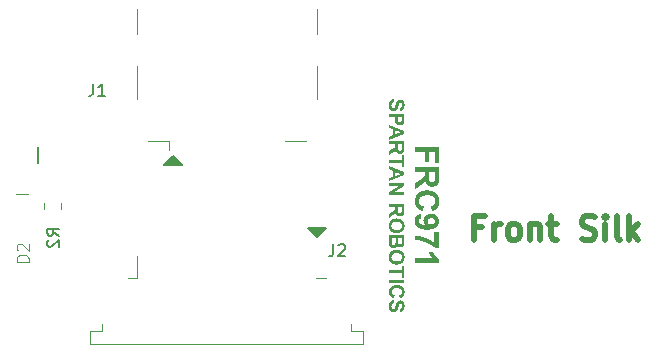
<source format=gbr>
%TF.GenerationSoftware,KiCad,Pcbnew,7.0.7*%
%TF.CreationDate,2023-11-23T16:05:50-08:00*%
%TF.ProjectId,MIPI2HDMI,4d495049-3248-4444-9d49-2e6b69636164,R1*%
%TF.SameCoordinates,Original*%
%TF.FileFunction,Legend,Top*%
%TF.FilePolarity,Positive*%
%FSLAX46Y46*%
G04 Gerber Fmt 4.6, Leading zero omitted, Abs format (unit mm)*
G04 Created by KiCad (PCBNEW 7.0.7) date 2023-11-23 16:05:50*
%MOMM*%
%LPD*%
G01*
G04 APERTURE LIST*
%ADD10C,0.200000*%
%ADD11C,0.150000*%
%ADD12C,0.317500*%
%ADD13C,0.500000*%
%ADD14C,0.100000*%
%ADD15C,0.120000*%
G04 APERTURE END LIST*
D10*
X110052000Y-83378000D02*
X108528000Y-83378000D01*
X109290000Y-82616000D01*
X110052000Y-83378000D01*
G36*
X110052000Y-83378000D02*
G01*
X108528000Y-83378000D01*
X109290000Y-82616000D01*
X110052000Y-83378000D01*
G37*
X121482000Y-89474000D02*
X120720000Y-88712000D01*
X122244000Y-88712000D01*
X121482000Y-89474000D01*
G36*
X121482000Y-89474000D02*
G01*
X120720000Y-88712000D01*
X122244000Y-88712000D01*
X121482000Y-89474000D01*
G37*
D11*
X97800000Y-81880000D02*
X97800000Y-83180000D01*
D12*
G36*
X127965793Y-77776693D02*
G01*
X127985645Y-78027945D01*
X127970545Y-78030958D01*
X127955954Y-78034333D01*
X127941872Y-78038072D01*
X127928299Y-78042175D01*
X127915234Y-78046641D01*
X127902679Y-78051471D01*
X127890633Y-78056664D01*
X127879095Y-78062221D01*
X127868066Y-78068141D01*
X127852478Y-78077703D01*
X127838034Y-78088083D01*
X127824735Y-78099281D01*
X127812581Y-78111296D01*
X127805115Y-78119761D01*
X127794804Y-78133214D01*
X127785508Y-78147518D01*
X127777225Y-78162672D01*
X127769957Y-78178677D01*
X127763703Y-78195533D01*
X127758463Y-78213239D01*
X127755533Y-78225516D01*
X127753054Y-78238171D01*
X127751026Y-78251203D01*
X127749448Y-78264614D01*
X127748322Y-78278403D01*
X127747645Y-78292570D01*
X127747420Y-78307115D01*
X127747622Y-78322462D01*
X127748229Y-78337329D01*
X127749241Y-78351717D01*
X127750658Y-78365624D01*
X127752479Y-78379052D01*
X127754705Y-78392000D01*
X127757335Y-78404468D01*
X127762040Y-78422271D01*
X127767655Y-78438993D01*
X127774181Y-78454637D01*
X127781617Y-78469200D01*
X127789964Y-78482685D01*
X127799222Y-78495089D01*
X127809145Y-78506398D01*
X127819374Y-78516594D01*
X127829908Y-78525678D01*
X127840748Y-78533649D01*
X127851893Y-78540509D01*
X127863343Y-78546256D01*
X127875099Y-78550890D01*
X127887160Y-78554413D01*
X127899526Y-78556823D01*
X127912198Y-78558120D01*
X127920815Y-78558367D01*
X127934448Y-78557716D01*
X127947430Y-78555762D01*
X127959760Y-78552506D01*
X127971439Y-78547947D01*
X127982467Y-78542086D01*
X127992843Y-78534922D01*
X127996812Y-78531691D01*
X128006405Y-78522393D01*
X128015605Y-78511172D01*
X128022681Y-78500809D01*
X128029505Y-78489216D01*
X128036077Y-78476392D01*
X128042397Y-78462336D01*
X128048465Y-78447050D01*
X128051405Y-78438945D01*
X128055835Y-78425738D01*
X128059679Y-78413460D01*
X128063970Y-78399148D01*
X128068708Y-78382802D01*
X128072115Y-78370775D01*
X128075721Y-78357844D01*
X128079526Y-78344009D01*
X128083529Y-78329270D01*
X128087731Y-78313627D01*
X128092132Y-78297081D01*
X128096732Y-78279630D01*
X128101530Y-78261276D01*
X128106527Y-78242017D01*
X128109100Y-78232049D01*
X128112437Y-78219200D01*
X128115820Y-78206593D01*
X128119247Y-78194228D01*
X128122719Y-78182104D01*
X128129798Y-78158582D01*
X128137056Y-78136027D01*
X128144493Y-78114438D01*
X128152109Y-78093817D01*
X128159905Y-78074162D01*
X128167880Y-78055475D01*
X128176035Y-78037754D01*
X128184369Y-78021000D01*
X128192882Y-78005213D01*
X128201575Y-77990393D01*
X128210447Y-77976540D01*
X128219498Y-77963654D01*
X128228728Y-77951735D01*
X128238138Y-77940782D01*
X128251659Y-77926509D01*
X128265546Y-77913156D01*
X128279799Y-77900724D01*
X128294418Y-77889214D01*
X128309403Y-77878624D01*
X128324753Y-77868954D01*
X128340470Y-77860206D01*
X128356553Y-77852379D01*
X128373001Y-77845472D01*
X128389815Y-77839486D01*
X128406996Y-77834422D01*
X128424542Y-77830278D01*
X128442454Y-77827055D01*
X128460732Y-77824753D01*
X128479376Y-77823371D01*
X128498386Y-77822911D01*
X128516769Y-77823396D01*
X128534929Y-77824852D01*
X128552865Y-77827278D01*
X128570578Y-77830675D01*
X128588067Y-77835043D01*
X128605332Y-77840381D01*
X128622374Y-77846689D01*
X128639192Y-77853968D01*
X128655787Y-77862218D01*
X128666726Y-77868257D01*
X128677566Y-77874727D01*
X128682948Y-77878124D01*
X128693566Y-77885255D01*
X128703862Y-77892766D01*
X128713835Y-77900658D01*
X128723486Y-77908930D01*
X128732815Y-77917582D01*
X128741821Y-77926615D01*
X128750505Y-77936029D01*
X128758867Y-77945823D01*
X128766906Y-77955997D01*
X128774624Y-77966552D01*
X128782018Y-77977488D01*
X128789091Y-77988803D01*
X128795841Y-78000500D01*
X128802269Y-78012576D01*
X128808375Y-78025034D01*
X128814158Y-78037871D01*
X128819605Y-78051105D01*
X128824700Y-78064674D01*
X128829443Y-78078576D01*
X128833836Y-78092813D01*
X128837877Y-78107385D01*
X128841566Y-78122291D01*
X128844904Y-78137531D01*
X128847891Y-78153106D01*
X128850526Y-78169016D01*
X128852810Y-78185259D01*
X128854743Y-78201837D01*
X128856324Y-78218750D01*
X128857554Y-78235997D01*
X128858433Y-78253578D01*
X128858960Y-78271494D01*
X128859135Y-78289744D01*
X128859030Y-78304672D01*
X128858712Y-78319367D01*
X128858184Y-78333830D01*
X128857444Y-78348060D01*
X128856492Y-78362057D01*
X128855330Y-78375822D01*
X128853955Y-78389354D01*
X128852369Y-78402653D01*
X128850572Y-78415720D01*
X128848564Y-78428554D01*
X128846343Y-78441155D01*
X128843912Y-78453524D01*
X128841269Y-78465660D01*
X128835349Y-78489234D01*
X128828583Y-78511878D01*
X128820971Y-78533591D01*
X128812514Y-78554374D01*
X128803210Y-78574226D01*
X128793061Y-78593147D01*
X128782067Y-78611138D01*
X128770226Y-78628199D01*
X128757540Y-78644328D01*
X128750880Y-78652044D01*
X128737065Y-78666830D01*
X128722686Y-78680713D01*
X128707743Y-78693691D01*
X128692235Y-78705765D01*
X128676162Y-78716936D01*
X128659524Y-78727202D01*
X128642322Y-78736565D01*
X128624555Y-78745023D01*
X128606224Y-78752578D01*
X128587328Y-78759229D01*
X128567867Y-78764976D01*
X128547842Y-78769819D01*
X128527252Y-78773758D01*
X128506097Y-78776793D01*
X128484378Y-78778925D01*
X128462094Y-78780152D01*
X128462094Y-78521765D01*
X128479478Y-78518347D01*
X128495918Y-78514259D01*
X128511415Y-78509500D01*
X128525969Y-78504070D01*
X128539579Y-78497970D01*
X128552246Y-78491198D01*
X128563970Y-78483757D01*
X128574751Y-78475644D01*
X128584588Y-78466861D01*
X128593482Y-78457407D01*
X128598887Y-78450732D01*
X128606371Y-78440016D01*
X128613118Y-78428340D01*
X128619130Y-78415705D01*
X128624405Y-78402110D01*
X128628944Y-78387555D01*
X128632748Y-78372041D01*
X128635815Y-78355567D01*
X128638146Y-78338134D01*
X128639740Y-78319741D01*
X128640395Y-78306945D01*
X128640722Y-78293723D01*
X128640763Y-78286953D01*
X128640586Y-78273106D01*
X128640055Y-78259637D01*
X128639171Y-78246546D01*
X128637932Y-78233833D01*
X128636340Y-78221498D01*
X128633289Y-78203705D01*
X128629441Y-78186762D01*
X128624797Y-78170670D01*
X128619357Y-78155428D01*
X128613121Y-78141037D01*
X128606089Y-78127496D01*
X128598261Y-78114807D01*
X128595475Y-78110766D01*
X128585879Y-78098970D01*
X128575313Y-78089174D01*
X128563778Y-78081376D01*
X128551273Y-78075579D01*
X128537800Y-78071780D01*
X128523356Y-78069981D01*
X128517308Y-78069821D01*
X128503757Y-78070760D01*
X128490827Y-78073577D01*
X128478518Y-78078272D01*
X128466829Y-78084845D01*
X128455762Y-78093297D01*
X128445316Y-78103626D01*
X128441312Y-78108284D01*
X128433699Y-78118645D01*
X128425983Y-78131465D01*
X128418163Y-78146744D01*
X128412892Y-78158296D01*
X128407575Y-78170941D01*
X128402212Y-78184679D01*
X128396803Y-78199509D01*
X128391349Y-78215433D01*
X128385848Y-78232450D01*
X128380300Y-78250560D01*
X128374707Y-78269762D01*
X128369068Y-78290058D01*
X128363383Y-78311446D01*
X128357652Y-78333928D01*
X128354769Y-78345578D01*
X128349023Y-78368768D01*
X128343263Y-78391190D01*
X128337488Y-78412844D01*
X128331699Y-78433730D01*
X128325895Y-78453847D01*
X128320076Y-78473197D01*
X128314243Y-78491778D01*
X128308396Y-78509590D01*
X128302534Y-78526635D01*
X128296657Y-78542911D01*
X128290766Y-78558420D01*
X128284860Y-78573160D01*
X128278940Y-78587131D01*
X128273005Y-78600335D01*
X128267056Y-78612770D01*
X128261092Y-78624438D01*
X128254984Y-78635567D01*
X128248602Y-78646388D01*
X128241946Y-78656902D01*
X128231449Y-78672095D01*
X128220336Y-78686596D01*
X128208607Y-78700405D01*
X128196262Y-78713521D01*
X128183300Y-78725945D01*
X128169722Y-78737676D01*
X128155528Y-78748714D01*
X128140718Y-78759061D01*
X128130503Y-78765573D01*
X128114633Y-78774720D01*
X128098082Y-78782967D01*
X128086669Y-78787965D01*
X128074954Y-78792563D01*
X128062935Y-78796762D01*
X128050614Y-78800560D01*
X128037989Y-78803959D01*
X128025062Y-78806958D01*
X128011831Y-78809557D01*
X127998298Y-78811756D01*
X127984462Y-78813556D01*
X127970323Y-78814955D01*
X127955881Y-78815955D01*
X127941136Y-78816555D01*
X127926089Y-78816754D01*
X127912340Y-78816516D01*
X127898700Y-78815800D01*
X127885169Y-78814606D01*
X127871747Y-78812935D01*
X127858435Y-78810787D01*
X127845231Y-78808161D01*
X127832137Y-78805058D01*
X127819151Y-78801478D01*
X127806275Y-78797420D01*
X127793507Y-78792884D01*
X127780849Y-78787872D01*
X127768300Y-78782382D01*
X127755859Y-78776414D01*
X127743528Y-78769969D01*
X127731306Y-78763047D01*
X127719193Y-78755647D01*
X127707328Y-78747811D01*
X127695851Y-78739581D01*
X127684762Y-78730955D01*
X127674061Y-78721934D01*
X127663747Y-78712518D01*
X127653821Y-78702707D01*
X127644282Y-78692501D01*
X127635132Y-78681900D01*
X127626369Y-78670904D01*
X127617994Y-78659513D01*
X127610007Y-78647727D01*
X127602407Y-78635546D01*
X127595195Y-78622970D01*
X127588371Y-78609999D01*
X127581935Y-78596633D01*
X127575886Y-78582872D01*
X127570214Y-78568699D01*
X127564908Y-78554098D01*
X127559968Y-78539067D01*
X127555394Y-78523607D01*
X127551186Y-78507718D01*
X127547344Y-78491401D01*
X127543867Y-78474654D01*
X127540757Y-78457479D01*
X127538013Y-78439874D01*
X127535634Y-78421841D01*
X127533622Y-78403379D01*
X127531975Y-78384488D01*
X127530694Y-78365167D01*
X127529779Y-78345418D01*
X127529230Y-78325240D01*
X127529047Y-78304633D01*
X127529156Y-78289583D01*
X127529482Y-78274752D01*
X127530026Y-78260142D01*
X127530787Y-78245751D01*
X127531766Y-78231580D01*
X127532962Y-78217629D01*
X127534376Y-78203898D01*
X127536007Y-78190387D01*
X127537856Y-78177096D01*
X127539922Y-78164025D01*
X127542206Y-78151173D01*
X127544707Y-78138542D01*
X127547426Y-78126131D01*
X127550362Y-78113939D01*
X127556887Y-78090216D01*
X127564282Y-78067372D01*
X127572547Y-78045408D01*
X127581681Y-78024324D01*
X127591686Y-78004119D01*
X127602561Y-77984794D01*
X127614306Y-77966349D01*
X127626920Y-77948783D01*
X127640405Y-77932097D01*
X127654762Y-77916259D01*
X127669917Y-77901238D01*
X127685868Y-77887034D01*
X127702617Y-77873646D01*
X127720163Y-77861075D01*
X127738507Y-77849320D01*
X127757648Y-77838383D01*
X127777586Y-77828262D01*
X127798321Y-77818957D01*
X127819854Y-77810469D01*
X127842184Y-77802798D01*
X127865311Y-77795944D01*
X127889236Y-77789906D01*
X127901497Y-77787193D01*
X127913957Y-77784685D01*
X127926617Y-77782381D01*
X127939476Y-77780280D01*
X127952535Y-77778384D01*
X127965793Y-77776693D01*
G37*
G36*
X128839283Y-79441474D02*
G01*
X128839265Y-79456047D01*
X128839208Y-79470300D01*
X128839114Y-79484231D01*
X128838983Y-79497841D01*
X128838814Y-79511130D01*
X128838607Y-79524098D01*
X128838363Y-79536745D01*
X128837762Y-79561075D01*
X128837011Y-79584121D01*
X128836109Y-79605883D01*
X128835058Y-79626360D01*
X128833856Y-79645553D01*
X128832503Y-79663462D01*
X128831001Y-79680086D01*
X128829348Y-79695426D01*
X128827545Y-79709481D01*
X128825592Y-79722252D01*
X128822380Y-79739000D01*
X128820052Y-79748560D01*
X128816220Y-79762185D01*
X128811861Y-79775527D01*
X128806973Y-79788589D01*
X128801557Y-79801370D01*
X128795612Y-79813870D01*
X128789139Y-79826088D01*
X128782138Y-79838026D01*
X128774609Y-79849682D01*
X128766551Y-79861057D01*
X128757965Y-79872151D01*
X128748851Y-79882964D01*
X128739209Y-79893496D01*
X128729038Y-79903747D01*
X128718339Y-79913716D01*
X128707112Y-79923405D01*
X128695356Y-79932812D01*
X128683117Y-79941790D01*
X128670439Y-79950188D01*
X128657323Y-79958007D01*
X128643768Y-79965246D01*
X128629774Y-79971907D01*
X128615342Y-79977988D01*
X128600471Y-79983491D01*
X128585161Y-79988414D01*
X128569413Y-79992757D01*
X128553227Y-79996522D01*
X128536601Y-79999708D01*
X128519537Y-80002314D01*
X128502035Y-80004341D01*
X128484093Y-80005789D01*
X128465713Y-80006658D01*
X128446895Y-80006947D01*
X128432384Y-80006780D01*
X128418164Y-80006279D01*
X128404234Y-80005443D01*
X128390596Y-80004272D01*
X128377248Y-80002767D01*
X128364191Y-80000928D01*
X128351425Y-79998754D01*
X128338949Y-79996246D01*
X128326765Y-79993403D01*
X128309033Y-79988512D01*
X128291956Y-79982869D01*
X128275533Y-79976473D01*
X128259764Y-79969325D01*
X128249615Y-79964141D01*
X128234912Y-79955914D01*
X128220815Y-79947282D01*
X128207323Y-79938247D01*
X128194436Y-79928809D01*
X128182154Y-79918967D01*
X128170477Y-79908722D01*
X128159406Y-79898073D01*
X128148940Y-79887021D01*
X128139079Y-79875565D01*
X128129823Y-79863706D01*
X128123989Y-79855575D01*
X128115709Y-79843224D01*
X128107969Y-79830828D01*
X128100769Y-79818389D01*
X128094109Y-79805907D01*
X128087988Y-79793380D01*
X128082408Y-79780810D01*
X128077367Y-79768197D01*
X128072866Y-79755540D01*
X128068905Y-79742839D01*
X128065483Y-79730095D01*
X128063502Y-79721574D01*
X128060231Y-79703514D01*
X128058230Y-79690666D01*
X128056371Y-79677170D01*
X128054655Y-79663028D01*
X128053083Y-79648238D01*
X128051653Y-79632801D01*
X128050366Y-79616717D01*
X128049222Y-79599987D01*
X128048221Y-79582609D01*
X128047363Y-79564584D01*
X128046649Y-79545912D01*
X128046077Y-79526593D01*
X128045648Y-79506627D01*
X128045362Y-79486014D01*
X128045219Y-79464754D01*
X128045201Y-79453881D01*
X128045201Y-79285449D01*
X128263574Y-79285449D01*
X128263574Y-79426895D01*
X128263650Y-79445577D01*
X128263879Y-79463468D01*
X128264261Y-79480570D01*
X128264795Y-79496881D01*
X128265482Y-79512403D01*
X128266322Y-79527134D01*
X128267314Y-79541076D01*
X128268459Y-79554227D01*
X128269757Y-79566589D01*
X128271990Y-79583650D01*
X128274566Y-79598933D01*
X128277486Y-79612439D01*
X128281913Y-79627682D01*
X128283115Y-79630999D01*
X128288427Y-79643523D01*
X128294437Y-79655349D01*
X128301145Y-79666477D01*
X128308551Y-79676907D01*
X128316655Y-79686639D01*
X128325456Y-79695673D01*
X128334956Y-79704010D01*
X128345153Y-79711648D01*
X128355913Y-79718482D01*
X128367099Y-79724405D01*
X128378712Y-79729416D01*
X128390751Y-79733516D01*
X128403217Y-79736705D01*
X128416109Y-79738983D01*
X128429427Y-79740350D01*
X128443173Y-79740806D01*
X128455816Y-79740446D01*
X128472021Y-79738846D01*
X128487480Y-79735968D01*
X128502192Y-79731809D01*
X128516158Y-79726371D01*
X128529377Y-79719654D01*
X128541850Y-79711657D01*
X128553576Y-79702380D01*
X128556391Y-79699861D01*
X128567035Y-79689281D01*
X128576631Y-79678012D01*
X128585181Y-79666055D01*
X128592684Y-79653410D01*
X128599139Y-79640077D01*
X128604548Y-79626055D01*
X128608910Y-79611346D01*
X128612225Y-79595948D01*
X128614261Y-79582934D01*
X128616025Y-79567003D01*
X128617170Y-79553140D01*
X128618163Y-79537636D01*
X128619002Y-79520490D01*
X128619689Y-79501704D01*
X128620062Y-79488268D01*
X128620368Y-79474102D01*
X128620605Y-79459207D01*
X128620775Y-79443582D01*
X128620877Y-79427228D01*
X128620911Y-79410145D01*
X128620911Y-79285449D01*
X128263574Y-79285449D01*
X128045201Y-79285449D01*
X127548900Y-79285449D01*
X127548900Y-79027062D01*
X128839283Y-79027062D01*
X128839283Y-79441474D01*
G37*
G36*
X128839283Y-80448656D02*
G01*
X128839283Y-80721622D01*
X127548900Y-81233743D01*
X127548900Y-80953022D01*
X127846680Y-80841354D01*
X127846680Y-80409262D01*
X128065053Y-80409262D01*
X128065053Y-80758224D01*
X128521650Y-80582037D01*
X128065053Y-80409262D01*
X127846680Y-80409262D01*
X127846680Y-80329854D01*
X127548900Y-80224389D01*
X127548900Y-79950493D01*
X128839283Y-80448656D01*
G37*
G36*
X128839283Y-81907782D02*
G01*
X128839249Y-81920487D01*
X128839148Y-81932973D01*
X128838740Y-81957286D01*
X128838062Y-81980722D01*
X128837112Y-82003281D01*
X128835891Y-82024963D01*
X128834398Y-82045767D01*
X128832634Y-82065695D01*
X128830598Y-82084745D01*
X128828291Y-82102917D01*
X128825713Y-82120213D01*
X128822863Y-82136631D01*
X128819741Y-82152172D01*
X128816349Y-82166835D01*
X128812685Y-82180622D01*
X128808749Y-82193531D01*
X128804542Y-82205563D01*
X128797551Y-82222684D01*
X128789606Y-82239150D01*
X128780706Y-82254963D01*
X128770853Y-82270121D01*
X128760045Y-82284625D01*
X128748283Y-82298474D01*
X128735567Y-82311669D01*
X128721896Y-82324210D01*
X128712253Y-82332207D01*
X128702185Y-82339913D01*
X128691693Y-82347329D01*
X128680777Y-82354453D01*
X128669548Y-82361214D01*
X128658119Y-82367539D01*
X128646488Y-82373428D01*
X128634656Y-82378881D01*
X128622623Y-82383897D01*
X128610388Y-82388477D01*
X128597953Y-82392621D01*
X128585317Y-82396329D01*
X128572479Y-82399600D01*
X128559440Y-82402436D01*
X128546200Y-82404835D01*
X128532759Y-82406798D01*
X128519117Y-82408324D01*
X128505273Y-82409415D01*
X128491229Y-82410069D01*
X128476983Y-82410287D01*
X128458997Y-82409956D01*
X128441409Y-82408964D01*
X128424217Y-82407310D01*
X128407423Y-82404995D01*
X128391027Y-82402018D01*
X128375028Y-82398379D01*
X128359427Y-82394079D01*
X128344223Y-82389117D01*
X128329416Y-82383494D01*
X128315007Y-82377209D01*
X128300995Y-82370262D01*
X128287381Y-82362654D01*
X128274164Y-82354384D01*
X128261344Y-82345453D01*
X128248922Y-82335860D01*
X128236897Y-82325606D01*
X128225344Y-82314731D01*
X128214336Y-82303200D01*
X128203873Y-82291011D01*
X128193956Y-82278166D01*
X128184583Y-82264665D01*
X128175756Y-82250506D01*
X128167475Y-82235691D01*
X128159738Y-82220219D01*
X128152547Y-82204091D01*
X128145901Y-82187305D01*
X128139800Y-82169863D01*
X128134244Y-82151765D01*
X128129234Y-82133009D01*
X128124769Y-82113597D01*
X128120849Y-82093528D01*
X128117475Y-82072802D01*
X128108143Y-82088247D01*
X128098642Y-82103173D01*
X128088972Y-82117581D01*
X128079133Y-82131471D01*
X128069125Y-82144844D01*
X128058947Y-82157698D01*
X128048601Y-82170035D01*
X128038086Y-82181853D01*
X128027402Y-82193153D01*
X128016549Y-82203936D01*
X128009219Y-82210836D01*
X127997420Y-82221405D01*
X127984007Y-82232639D01*
X127974168Y-82240498D01*
X127963612Y-82248652D01*
X127952338Y-82257103D01*
X127940348Y-82265848D01*
X127927640Y-82274890D01*
X127914214Y-82284227D01*
X127900072Y-82293860D01*
X127885212Y-82303788D01*
X127869634Y-82314013D01*
X127853340Y-82324532D01*
X127836328Y-82335348D01*
X127818599Y-82346459D01*
X127800152Y-82357865D01*
X127548900Y-82514200D01*
X127548900Y-82205253D01*
X127832722Y-82018519D01*
X127850675Y-82006319D01*
X127867778Y-81994611D01*
X127884030Y-81983394D01*
X127899432Y-81972670D01*
X127913983Y-81962437D01*
X127927683Y-81952696D01*
X127940533Y-81943448D01*
X127952532Y-81934691D01*
X127963681Y-81926426D01*
X127973979Y-81918653D01*
X127987831Y-81907916D01*
X127999769Y-81898286D01*
X128009794Y-81889763D01*
X128017904Y-81882347D01*
X128027142Y-81873128D01*
X128035624Y-81863774D01*
X128045163Y-81851891D01*
X128053520Y-81839795D01*
X128060696Y-81827487D01*
X128066691Y-81814968D01*
X128070636Y-81804799D01*
X128074747Y-81790830D01*
X128077534Y-81777965D01*
X128079875Y-81763597D01*
X128081770Y-81747726D01*
X128082899Y-81734837D01*
X128083776Y-81721103D01*
X128084403Y-81706524D01*
X128084780Y-81691100D01*
X128084905Y-81674831D01*
X128084905Y-81622409D01*
X128303278Y-81622409D01*
X128303278Y-81813485D01*
X128303337Y-81836165D01*
X128303515Y-81857754D01*
X128303812Y-81878254D01*
X128304228Y-81897662D01*
X128304762Y-81915980D01*
X128305415Y-81933208D01*
X128306187Y-81949345D01*
X128307078Y-81964391D01*
X128308087Y-81978347D01*
X128309215Y-81991213D01*
X128311130Y-82008467D01*
X128313312Y-82023267D01*
X128315761Y-82035613D01*
X128318477Y-82045506D01*
X128323861Y-82059457D01*
X128330321Y-82072423D01*
X128337856Y-82084405D01*
X128346467Y-82095402D01*
X128356152Y-82105415D01*
X128366914Y-82114444D01*
X128371519Y-82117780D01*
X128383710Y-82125375D01*
X128396825Y-82131684D01*
X128410864Y-82136704D01*
X128425826Y-82140438D01*
X128438462Y-82142498D01*
X128451688Y-82143734D01*
X128465506Y-82144146D01*
X128480943Y-82143608D01*
X128495614Y-82141994D01*
X128509519Y-82139304D01*
X128522658Y-82135538D01*
X128535032Y-82130696D01*
X128546640Y-82124778D01*
X128557482Y-82117784D01*
X128567558Y-82109715D01*
X128576806Y-82100661D01*
X128585161Y-82090716D01*
X128592625Y-82079878D01*
X128599197Y-82068149D01*
X128604878Y-82055529D01*
X128609666Y-82042016D01*
X128613563Y-82027612D01*
X128616568Y-82012316D01*
X128617819Y-81999458D01*
X128618667Y-81984756D01*
X128619214Y-81971153D01*
X128619685Y-81955341D01*
X128620079Y-81937321D01*
X128620300Y-81924081D01*
X128620487Y-81909860D01*
X128620639Y-81894657D01*
X128620758Y-81878473D01*
X128620843Y-81861307D01*
X128620894Y-81843160D01*
X128620911Y-81824031D01*
X128620911Y-81622409D01*
X128303278Y-81622409D01*
X128084905Y-81622409D01*
X127548900Y-81622409D01*
X127548900Y-81364332D01*
X128839283Y-81364332D01*
X128839283Y-81907782D01*
G37*
G36*
X127548900Y-82934195D02*
G01*
X128620911Y-82934195D01*
X128620911Y-82554835D01*
X128839283Y-82554835D01*
X128839283Y-83571012D01*
X128620911Y-83571012D01*
X128620911Y-83192582D01*
X127548900Y-83192582D01*
X127548900Y-82934195D01*
G37*
G36*
X128839283Y-83968674D02*
G01*
X128839283Y-84241640D01*
X127548900Y-84753761D01*
X127548900Y-84473040D01*
X127846680Y-84361372D01*
X127846680Y-83929280D01*
X128065053Y-83929280D01*
X128065053Y-84278242D01*
X128521650Y-84102055D01*
X128065053Y-83929280D01*
X127846680Y-83929280D01*
X127846680Y-83849872D01*
X127548900Y-83744408D01*
X127548900Y-83470511D01*
X128839283Y-83968674D01*
G37*
G36*
X127548900Y-84886211D02*
G01*
X128839283Y-84886211D01*
X128839283Y-85137464D01*
X127967344Y-85660752D01*
X128839283Y-85660752D01*
X128839283Y-85900527D01*
X127548900Y-85900527D01*
X127548900Y-85641520D01*
X128407811Y-85125987D01*
X127548900Y-85125987D01*
X127548900Y-84886211D01*
G37*
G36*
X128839283Y-87204559D02*
G01*
X128839249Y-87217264D01*
X128839148Y-87229750D01*
X128838740Y-87254064D01*
X128838062Y-87277500D01*
X128837112Y-87300059D01*
X128835891Y-87321740D01*
X128834398Y-87342545D01*
X128832634Y-87362472D01*
X128830598Y-87381522D01*
X128828291Y-87399695D01*
X128825713Y-87416990D01*
X128822863Y-87433408D01*
X128819741Y-87448949D01*
X128816349Y-87463613D01*
X128812685Y-87477399D01*
X128808749Y-87490308D01*
X128804542Y-87502340D01*
X128797551Y-87519461D01*
X128789606Y-87535928D01*
X128780706Y-87551740D01*
X128770853Y-87566898D01*
X128760045Y-87581402D01*
X128748283Y-87595251D01*
X128735567Y-87608447D01*
X128721896Y-87620987D01*
X128712253Y-87628984D01*
X128702185Y-87636691D01*
X128691693Y-87644106D01*
X128680777Y-87651231D01*
X128669548Y-87657992D01*
X128658119Y-87664317D01*
X128646488Y-87670206D01*
X128634656Y-87675658D01*
X128622623Y-87680674D01*
X128610388Y-87685255D01*
X128597953Y-87689398D01*
X128585317Y-87693106D01*
X128572479Y-87696378D01*
X128559440Y-87699213D01*
X128546200Y-87701612D01*
X128532759Y-87703575D01*
X128519117Y-87705102D01*
X128505273Y-87706192D01*
X128491229Y-87706847D01*
X128476983Y-87707065D01*
X128458997Y-87706734D01*
X128441409Y-87705741D01*
X128424217Y-87704088D01*
X128407423Y-87701772D01*
X128391027Y-87698795D01*
X128375028Y-87695156D01*
X128359427Y-87690856D01*
X128344223Y-87685894D01*
X128329416Y-87680271D01*
X128315007Y-87673986D01*
X128300995Y-87667039D01*
X128287381Y-87659431D01*
X128274164Y-87651162D01*
X128261344Y-87642230D01*
X128248922Y-87632638D01*
X128236897Y-87622383D01*
X128225344Y-87611508D01*
X128214336Y-87599977D01*
X128203873Y-87587789D01*
X128193956Y-87574944D01*
X128184583Y-87561442D01*
X128175756Y-87547284D01*
X128167475Y-87532469D01*
X128159738Y-87516997D01*
X128152547Y-87500868D01*
X128145901Y-87484083D01*
X128139800Y-87466641D01*
X128134244Y-87448542D01*
X128129234Y-87429786D01*
X128124769Y-87410374D01*
X128120849Y-87390305D01*
X128117475Y-87369580D01*
X128108143Y-87385024D01*
X128098642Y-87399950D01*
X128088972Y-87414359D01*
X128079133Y-87428249D01*
X128069125Y-87441621D01*
X128058947Y-87454476D01*
X128048601Y-87466812D01*
X128038086Y-87478630D01*
X128027402Y-87489931D01*
X128016549Y-87500713D01*
X128009219Y-87507613D01*
X127997420Y-87518182D01*
X127984007Y-87529416D01*
X127974168Y-87537275D01*
X127963612Y-87545430D01*
X127952338Y-87553880D01*
X127940348Y-87562626D01*
X127927640Y-87571667D01*
X127914214Y-87581005D01*
X127900072Y-87590637D01*
X127885212Y-87600566D01*
X127869634Y-87610790D01*
X127853340Y-87621310D01*
X127836328Y-87632125D01*
X127818599Y-87643236D01*
X127800152Y-87654643D01*
X127548900Y-87810978D01*
X127548900Y-87502030D01*
X127832722Y-87315297D01*
X127850675Y-87303096D01*
X127867778Y-87291388D01*
X127884030Y-87280171D01*
X127899432Y-87269447D01*
X127913983Y-87259214D01*
X127927683Y-87249474D01*
X127940533Y-87240225D01*
X127952532Y-87231468D01*
X127963681Y-87223203D01*
X127973979Y-87215431D01*
X127987831Y-87204694D01*
X127999769Y-87195064D01*
X128009794Y-87186540D01*
X128017904Y-87179124D01*
X128027142Y-87169906D01*
X128035624Y-87160551D01*
X128045163Y-87148668D01*
X128053520Y-87136572D01*
X128060696Y-87124265D01*
X128066691Y-87111745D01*
X128070636Y-87101577D01*
X128074747Y-87087608D01*
X128077534Y-87074742D01*
X128079875Y-87060374D01*
X128081770Y-87044504D01*
X128082899Y-87031615D01*
X128083776Y-87017881D01*
X128084403Y-87003302D01*
X128084780Y-86987877D01*
X128084905Y-86971608D01*
X128084905Y-86919186D01*
X128303278Y-86919186D01*
X128303278Y-87110262D01*
X128303337Y-87132942D01*
X128303515Y-87154532D01*
X128303812Y-87175031D01*
X128304228Y-87194440D01*
X128304762Y-87212758D01*
X128305415Y-87229985D01*
X128306187Y-87246122D01*
X128307078Y-87261169D01*
X128308087Y-87275125D01*
X128309215Y-87287990D01*
X128311130Y-87305244D01*
X128313312Y-87320044D01*
X128315761Y-87332390D01*
X128318477Y-87342283D01*
X128323861Y-87356234D01*
X128330321Y-87369200D01*
X128337856Y-87381182D01*
X128346467Y-87392180D01*
X128356152Y-87402193D01*
X128366914Y-87411221D01*
X128371519Y-87414557D01*
X128383710Y-87422153D01*
X128396825Y-87428461D01*
X128410864Y-87433482D01*
X128425826Y-87437215D01*
X128438462Y-87439275D01*
X128451688Y-87440511D01*
X128465506Y-87440923D01*
X128480943Y-87440385D01*
X128495614Y-87438771D01*
X128509519Y-87436081D01*
X128522658Y-87432315D01*
X128535032Y-87427473D01*
X128546640Y-87421556D01*
X128557482Y-87414562D01*
X128567558Y-87406492D01*
X128576806Y-87397438D01*
X128585161Y-87387493D01*
X128592625Y-87376656D01*
X128599197Y-87364927D01*
X128604878Y-87352306D01*
X128609666Y-87338793D01*
X128613563Y-87324389D01*
X128616568Y-87309093D01*
X128617819Y-87296236D01*
X128618667Y-87281533D01*
X128619214Y-87267930D01*
X128619685Y-87252118D01*
X128620079Y-87234099D01*
X128620300Y-87220859D01*
X128620487Y-87206637D01*
X128620639Y-87191435D01*
X128620758Y-87175250D01*
X128620843Y-87158084D01*
X128620894Y-87139937D01*
X128620911Y-87120809D01*
X128620911Y-86919186D01*
X128303278Y-86919186D01*
X128084905Y-86919186D01*
X127548900Y-86919186D01*
X127548900Y-86661109D01*
X128839283Y-86661109D01*
X128839283Y-87204559D01*
G37*
G36*
X128210634Y-87890924D02*
G01*
X128234440Y-87891607D01*
X128257754Y-87892746D01*
X128280576Y-87894341D01*
X128302906Y-87896391D01*
X128324744Y-87898897D01*
X128346090Y-87901858D01*
X128366944Y-87905275D01*
X128387306Y-87909148D01*
X128407176Y-87913476D01*
X128426555Y-87918259D01*
X128445441Y-87923499D01*
X128463835Y-87929193D01*
X128481738Y-87935344D01*
X128499148Y-87941950D01*
X128516067Y-87949012D01*
X128528278Y-87954602D01*
X128540330Y-87960440D01*
X128552221Y-87966525D01*
X128563952Y-87972857D01*
X128575524Y-87979437D01*
X128586935Y-87986263D01*
X128598187Y-87993337D01*
X128609279Y-88000658D01*
X128620210Y-88008226D01*
X128630982Y-88016041D01*
X128641594Y-88024104D01*
X128652046Y-88032414D01*
X128662338Y-88040970D01*
X128672470Y-88049774D01*
X128682442Y-88058826D01*
X128692254Y-88068124D01*
X128701867Y-88077639D01*
X128711166Y-88087264D01*
X128720149Y-88096997D01*
X128728817Y-88106839D01*
X128737171Y-88116791D01*
X128745209Y-88126851D01*
X128752932Y-88137021D01*
X128760340Y-88147300D01*
X128767433Y-88157687D01*
X128774212Y-88168184D01*
X128780675Y-88178790D01*
X128789779Y-88194903D01*
X128798174Y-88211261D01*
X128805860Y-88227865D01*
X128808264Y-88233454D01*
X128814425Y-88248563D01*
X128820187Y-88263955D01*
X128825553Y-88279630D01*
X128830520Y-88295589D01*
X128835091Y-88311831D01*
X128839264Y-88328357D01*
X128843039Y-88345167D01*
X128846418Y-88362260D01*
X128849398Y-88379637D01*
X128851982Y-88397297D01*
X128854168Y-88415241D01*
X128855956Y-88433468D01*
X128857347Y-88451978D01*
X128858341Y-88470773D01*
X128858937Y-88489851D01*
X128859135Y-88509212D01*
X128858963Y-88526782D01*
X128858446Y-88544131D01*
X128857584Y-88561259D01*
X128856378Y-88578166D01*
X128854826Y-88594851D01*
X128852930Y-88611316D01*
X128850690Y-88627559D01*
X128848104Y-88643582D01*
X128845174Y-88659383D01*
X128841899Y-88674963D01*
X128838280Y-88690322D01*
X128834315Y-88705459D01*
X128830006Y-88720376D01*
X128825353Y-88735071D01*
X128820354Y-88749546D01*
X128815011Y-88763799D01*
X128809323Y-88777831D01*
X128803291Y-88791642D01*
X128796913Y-88805232D01*
X128790191Y-88818601D01*
X128783124Y-88831748D01*
X128775713Y-88844675D01*
X128767957Y-88857380D01*
X128759856Y-88869864D01*
X128751410Y-88882127D01*
X128742620Y-88894169D01*
X128733485Y-88905990D01*
X128724005Y-88917589D01*
X128714180Y-88928968D01*
X128704011Y-88940125D01*
X128693497Y-88951062D01*
X128682638Y-88961777D01*
X128671492Y-88972216D01*
X128660076Y-88982323D01*
X128648390Y-88992099D01*
X128636435Y-89001544D01*
X128624210Y-89010657D01*
X128611715Y-89019439D01*
X128598951Y-89027890D01*
X128585918Y-89036009D01*
X128572614Y-89043796D01*
X128559041Y-89051253D01*
X128545199Y-89058378D01*
X128531087Y-89065171D01*
X128516705Y-89071633D01*
X128502054Y-89077764D01*
X128487133Y-89083564D01*
X128471943Y-89089032D01*
X128456483Y-89094168D01*
X128440753Y-89098973D01*
X128424754Y-89103447D01*
X128408485Y-89107590D01*
X128391946Y-89111401D01*
X128375138Y-89114880D01*
X128358061Y-89118028D01*
X128340714Y-89120845D01*
X128323097Y-89123331D01*
X128305210Y-89125485D01*
X128287054Y-89127307D01*
X128268629Y-89128799D01*
X128249933Y-89129959D01*
X128230969Y-89130787D01*
X128211734Y-89131284D01*
X128192230Y-89131450D01*
X128172898Y-89131285D01*
X128153831Y-89130792D01*
X128135029Y-89129969D01*
X128116491Y-89128818D01*
X128098218Y-89127338D01*
X128080210Y-89125528D01*
X128062466Y-89123390D01*
X128044988Y-89120923D01*
X128027774Y-89118127D01*
X128010825Y-89115001D01*
X127994140Y-89111547D01*
X127977720Y-89107764D01*
X127961566Y-89103652D01*
X127945675Y-89099211D01*
X127930050Y-89094441D01*
X127914689Y-89089342D01*
X127899593Y-89083914D01*
X127884762Y-89078157D01*
X127870196Y-89072071D01*
X127855894Y-89065656D01*
X127841857Y-89058912D01*
X127828085Y-89051839D01*
X127814577Y-89044437D01*
X127801335Y-89036707D01*
X127788357Y-89028647D01*
X127775644Y-89020258D01*
X127763195Y-89011541D01*
X127751011Y-89002494D01*
X127739093Y-88993118D01*
X127727438Y-88983414D01*
X127716049Y-88973380D01*
X127704924Y-88963018D01*
X127694104Y-88952380D01*
X127683627Y-88941521D01*
X127673493Y-88930441D01*
X127663703Y-88919140D01*
X127654257Y-88907618D01*
X127645154Y-88895875D01*
X127636394Y-88883911D01*
X127627978Y-88871725D01*
X127619906Y-88859319D01*
X127612177Y-88846691D01*
X127604791Y-88833842D01*
X127597749Y-88820772D01*
X127591051Y-88807481D01*
X127584696Y-88793968D01*
X127578685Y-88780235D01*
X127573017Y-88766281D01*
X127567692Y-88752105D01*
X127562711Y-88737708D01*
X127558074Y-88723090D01*
X127553780Y-88708251D01*
X127549830Y-88693191D01*
X127546223Y-88677910D01*
X127542960Y-88662407D01*
X127540040Y-88646684D01*
X127537463Y-88630739D01*
X127535231Y-88614573D01*
X127533341Y-88598186D01*
X127531796Y-88581578D01*
X127530593Y-88564749D01*
X127529734Y-88547698D01*
X127529219Y-88530427D01*
X127529047Y-88512934D01*
X127529056Y-88512004D01*
X127747420Y-88512004D01*
X127747860Y-88531096D01*
X127749179Y-88549754D01*
X127751379Y-88567979D01*
X127754457Y-88585770D01*
X127758416Y-88603127D01*
X127763254Y-88620051D01*
X127768972Y-88636541D01*
X127775570Y-88652596D01*
X127783047Y-88668219D01*
X127791404Y-88683407D01*
X127800640Y-88698161D01*
X127810757Y-88712482D01*
X127821753Y-88726369D01*
X127833628Y-88739822D01*
X127846384Y-88752842D01*
X127860018Y-88765428D01*
X127874572Y-88777410D01*
X127890005Y-88788619D01*
X127906318Y-88799055D01*
X127923510Y-88808718D01*
X127941582Y-88817608D01*
X127960534Y-88825725D01*
X127980366Y-88833069D01*
X128001077Y-88839640D01*
X128022667Y-88845438D01*
X128045138Y-88850463D01*
X128068488Y-88854715D01*
X128092718Y-88858193D01*
X128105163Y-88859643D01*
X128117827Y-88860899D01*
X128130712Y-88861962D01*
X128143817Y-88862832D01*
X128157141Y-88863508D01*
X128170686Y-88863991D01*
X128184450Y-88864281D01*
X128198434Y-88864378D01*
X128212262Y-88864283D01*
X128225869Y-88864001D01*
X128239254Y-88863530D01*
X128252417Y-88862870D01*
X128265358Y-88862022D01*
X128278077Y-88860986D01*
X128290575Y-88859761D01*
X128314906Y-88856747D01*
X128338349Y-88852978D01*
X128360906Y-88848457D01*
X128382575Y-88843181D01*
X128403358Y-88837152D01*
X128423253Y-88830369D01*
X128442262Y-88822832D01*
X128460384Y-88814542D01*
X128477619Y-88805498D01*
X128493967Y-88795700D01*
X128509428Y-88785149D01*
X128524002Y-88773844D01*
X128530956Y-88767909D01*
X128544253Y-88755604D01*
X128556692Y-88742808D01*
X128568273Y-88729520D01*
X128578996Y-88715739D01*
X128588862Y-88701467D01*
X128597869Y-88686703D01*
X128606019Y-88671446D01*
X128613311Y-88655698D01*
X128619745Y-88639458D01*
X128625321Y-88622726D01*
X128630039Y-88605502D01*
X128633900Y-88587786D01*
X128636902Y-88569579D01*
X128639047Y-88550879D01*
X128640334Y-88531687D01*
X128640763Y-88512004D01*
X128640329Y-88492278D01*
X128639028Y-88473036D01*
X128636859Y-88454279D01*
X128633822Y-88436007D01*
X128629918Y-88418220D01*
X128625147Y-88400917D01*
X128619508Y-88384099D01*
X128613001Y-88367766D01*
X128605627Y-88351917D01*
X128597385Y-88336553D01*
X128588275Y-88321674D01*
X128578299Y-88307279D01*
X128567454Y-88293369D01*
X128555742Y-88279944D01*
X128543162Y-88267003D01*
X128529715Y-88254547D01*
X128515395Y-88242715D01*
X128500194Y-88231647D01*
X128484114Y-88221341D01*
X128467154Y-88211799D01*
X128449315Y-88203021D01*
X128430596Y-88195006D01*
X128410997Y-88187754D01*
X128390518Y-88181265D01*
X128369160Y-88175540D01*
X128346922Y-88170578D01*
X128323805Y-88166380D01*
X128299807Y-88162945D01*
X128287479Y-88161513D01*
X128274931Y-88160273D01*
X128262162Y-88159223D01*
X128249174Y-88158365D01*
X128235966Y-88157697D01*
X128222538Y-88157220D01*
X128208890Y-88156933D01*
X128195022Y-88156838D01*
X128181361Y-88156936D01*
X128167908Y-88157229D01*
X128154663Y-88157718D01*
X128141626Y-88158403D01*
X128128796Y-88159284D01*
X128116175Y-88160360D01*
X128103761Y-88161632D01*
X128079556Y-88164763D01*
X128056183Y-88168677D01*
X128033641Y-88173373D01*
X128011931Y-88178852D01*
X127991051Y-88185114D01*
X127971003Y-88192159D01*
X127951785Y-88199986D01*
X127933400Y-88208597D01*
X127915845Y-88217989D01*
X127899121Y-88228165D01*
X127883229Y-88239123D01*
X127868168Y-88250865D01*
X127860949Y-88257029D01*
X127847201Y-88269802D01*
X127834341Y-88282997D01*
X127822367Y-88296614D01*
X127811280Y-88310653D01*
X127801080Y-88325113D01*
X127791767Y-88339994D01*
X127783341Y-88355298D01*
X127775802Y-88371023D01*
X127769150Y-88387170D01*
X127763385Y-88403738D01*
X127758507Y-88420728D01*
X127754516Y-88438140D01*
X127751411Y-88455973D01*
X127749194Y-88474228D01*
X127747864Y-88492905D01*
X127747420Y-88512004D01*
X127529056Y-88512004D01*
X127529218Y-88495213D01*
X127529731Y-88477719D01*
X127530585Y-88460454D01*
X127531781Y-88443418D01*
X127533319Y-88426610D01*
X127535198Y-88410030D01*
X127537419Y-88393679D01*
X127539982Y-88377556D01*
X127542886Y-88361662D01*
X127546132Y-88345996D01*
X127549720Y-88330558D01*
X127553649Y-88315349D01*
X127557920Y-88300368D01*
X127562533Y-88285616D01*
X127567488Y-88271092D01*
X127572784Y-88256796D01*
X127578422Y-88242729D01*
X127584402Y-88228890D01*
X127590723Y-88215280D01*
X127597386Y-88201898D01*
X127604391Y-88188744D01*
X127611737Y-88175819D01*
X127619425Y-88163122D01*
X127627455Y-88150653D01*
X127635826Y-88138413D01*
X127644539Y-88126402D01*
X127653594Y-88114619D01*
X127662991Y-88103064D01*
X127672729Y-88091737D01*
X127682809Y-88080639D01*
X127693230Y-88069770D01*
X127703994Y-88059128D01*
X127715076Y-88048766D01*
X127726416Y-88038732D01*
X127738013Y-88029028D01*
X127749868Y-88019652D01*
X127761980Y-88010606D01*
X127774350Y-88001888D01*
X127786977Y-87993499D01*
X127799861Y-87985439D01*
X127813003Y-87977709D01*
X127826403Y-87970307D01*
X127840060Y-87963234D01*
X127853975Y-87956490D01*
X127868147Y-87950075D01*
X127882576Y-87943989D01*
X127897263Y-87938232D01*
X127912208Y-87932804D01*
X127927410Y-87927705D01*
X127942869Y-87922935D01*
X127958586Y-87918494D01*
X127974560Y-87914382D01*
X127990792Y-87910599D01*
X128007282Y-87907145D01*
X128024028Y-87904019D01*
X128041033Y-87901223D01*
X128058295Y-87898756D01*
X128075814Y-87896618D01*
X128093591Y-87894808D01*
X128111625Y-87893328D01*
X128129917Y-87892177D01*
X128148466Y-87891354D01*
X128167273Y-87890861D01*
X128186337Y-87890696D01*
X128210634Y-87890924D01*
G37*
G36*
X128839283Y-89837439D02*
G01*
X128839232Y-89856097D01*
X128839080Y-89874152D01*
X128838825Y-89891604D01*
X128838469Y-89908452D01*
X128838011Y-89924697D01*
X128837451Y-89940339D01*
X128836790Y-89955377D01*
X128836026Y-89969812D01*
X128835161Y-89983643D01*
X128834194Y-89996871D01*
X128833126Y-90009495D01*
X128831332Y-90027300D01*
X128829309Y-90043748D01*
X128827057Y-90058838D01*
X128826255Y-90063566D01*
X128823623Y-90077444D01*
X128820494Y-90091043D01*
X128816869Y-90104365D01*
X128812748Y-90117408D01*
X128808130Y-90130173D01*
X128803017Y-90142660D01*
X128797407Y-90154870D01*
X128791301Y-90166801D01*
X128784699Y-90178454D01*
X128777601Y-90189828D01*
X128772593Y-90197257D01*
X128764734Y-90208133D01*
X128756395Y-90218660D01*
X128747577Y-90228838D01*
X128738278Y-90238667D01*
X128728500Y-90248148D01*
X128718242Y-90257279D01*
X128707504Y-90266061D01*
X128696286Y-90274494D01*
X128684589Y-90282578D01*
X128672412Y-90290314D01*
X128664027Y-90295277D01*
X128651201Y-90302317D01*
X128638080Y-90308665D01*
X128624665Y-90314320D01*
X128610956Y-90319282D01*
X128596952Y-90323553D01*
X128582653Y-90327130D01*
X128568060Y-90330016D01*
X128553173Y-90332209D01*
X128537992Y-90333709D01*
X128522516Y-90334517D01*
X128512035Y-90334671D01*
X128495066Y-90334245D01*
X128478360Y-90332970D01*
X128461915Y-90330843D01*
X128445732Y-90327866D01*
X128429810Y-90324038D01*
X128414151Y-90319360D01*
X128398753Y-90313831D01*
X128383617Y-90307452D01*
X128368742Y-90300222D01*
X128354129Y-90292141D01*
X128344533Y-90286281D01*
X128330561Y-90276906D01*
X128317259Y-90266925D01*
X128304628Y-90256339D01*
X128292668Y-90245147D01*
X128281379Y-90233351D01*
X128270760Y-90220949D01*
X128260812Y-90207942D01*
X128251534Y-90194330D01*
X128242928Y-90180112D01*
X128234991Y-90165290D01*
X128230073Y-90155072D01*
X128225620Y-90169477D01*
X128220792Y-90183459D01*
X128215588Y-90197016D01*
X128210008Y-90210149D01*
X128204053Y-90222859D01*
X128197722Y-90235144D01*
X128191015Y-90247005D01*
X128183933Y-90258442D01*
X128176475Y-90269455D01*
X128168641Y-90280044D01*
X128160432Y-90290208D01*
X128151848Y-90299949D01*
X128142887Y-90309266D01*
X128133551Y-90318158D01*
X128123840Y-90326626D01*
X128113753Y-90334671D01*
X128103365Y-90342296D01*
X128092752Y-90349429D01*
X128081913Y-90356070D01*
X128070850Y-90362219D01*
X128059561Y-90367877D01*
X128048046Y-90373042D01*
X128036306Y-90377715D01*
X128024341Y-90381897D01*
X128012150Y-90385586D01*
X127999734Y-90388784D01*
X127987093Y-90391490D01*
X127974226Y-90393703D01*
X127961134Y-90395425D01*
X127947816Y-90396655D01*
X127934273Y-90397393D01*
X127920505Y-90397639D01*
X127904145Y-90397282D01*
X127887866Y-90396210D01*
X127871670Y-90394425D01*
X127855555Y-90391925D01*
X127839522Y-90388710D01*
X127823570Y-90384782D01*
X127807701Y-90380139D01*
X127791913Y-90374782D01*
X127776207Y-90368711D01*
X127760582Y-90361925D01*
X127750212Y-90357004D01*
X127735033Y-90349126D01*
X127720437Y-90340730D01*
X127706425Y-90331816D01*
X127692997Y-90322384D01*
X127680151Y-90312434D01*
X127667889Y-90301966D01*
X127656211Y-90290980D01*
X127645116Y-90279477D01*
X127634604Y-90267455D01*
X127624676Y-90254915D01*
X127618382Y-90246267D01*
X127609467Y-90232834D01*
X127601217Y-90218823D01*
X127593633Y-90204233D01*
X127586713Y-90189066D01*
X127580459Y-90173321D01*
X127574871Y-90156998D01*
X127569947Y-90140097D01*
X127565688Y-90122618D01*
X127562095Y-90104561D01*
X127560069Y-90092202D01*
X127558339Y-90079586D01*
X127557585Y-90073182D01*
X127556349Y-90059481D01*
X127555200Y-90042575D01*
X127554483Y-90029523D01*
X127553804Y-90015046D01*
X127553165Y-89999144D01*
X127552564Y-89981817D01*
X127552001Y-89963065D01*
X127551478Y-89942888D01*
X127550993Y-89921286D01*
X127550547Y-89898260D01*
X127550140Y-89873808D01*
X127549951Y-89861048D01*
X127549772Y-89847932D01*
X127549602Y-89834459D01*
X127549442Y-89820630D01*
X127549292Y-89806445D01*
X127549152Y-89791904D01*
X127549021Y-89777006D01*
X127548900Y-89761753D01*
X127548900Y-89584325D01*
X127767272Y-89584325D01*
X127767272Y-89823480D01*
X127767302Y-89840530D01*
X127767393Y-89856782D01*
X127767545Y-89872237D01*
X127767757Y-89886894D01*
X127768029Y-89900755D01*
X127768363Y-89913818D01*
X127768976Y-89931917D01*
X127769726Y-89948223D01*
X127770612Y-89962735D01*
X127771634Y-89975453D01*
X127773209Y-89989620D01*
X127775027Y-90000598D01*
X127778051Y-90014682D01*
X127782006Y-90028088D01*
X127786892Y-90040816D01*
X127792708Y-90052865D01*
X127799454Y-90064235D01*
X127807131Y-90074927D01*
X127815739Y-90084940D01*
X127825277Y-90094275D01*
X127835707Y-90102781D01*
X127846991Y-90110152D01*
X127859127Y-90116390D01*
X127872116Y-90121494D01*
X127885958Y-90125463D01*
X127900653Y-90128298D01*
X127916201Y-90130000D01*
X127932603Y-90130567D01*
X127946522Y-90130131D01*
X127959899Y-90128822D01*
X127972733Y-90126641D01*
X127985024Y-90123587D01*
X127999625Y-90118544D01*
X128013378Y-90112137D01*
X128026282Y-90104367D01*
X128028761Y-90102650D01*
X128040638Y-90093320D01*
X128051456Y-90082778D01*
X128061213Y-90071025D01*
X128068255Y-90060750D01*
X128074619Y-90049700D01*
X128080304Y-90037874D01*
X128085310Y-90025272D01*
X128086456Y-90022001D01*
X128090745Y-90006884D01*
X128093587Y-89993008D01*
X128096107Y-89976957D01*
X128098305Y-89958730D01*
X128099592Y-89945370D01*
X128100736Y-89931043D01*
X128101737Y-89915749D01*
X128102595Y-89899489D01*
X128103309Y-89882261D01*
X128103881Y-89864067D01*
X128104310Y-89844905D01*
X128104596Y-89824777D01*
X128104739Y-89803682D01*
X128104757Y-89792772D01*
X128104757Y-89584325D01*
X128323130Y-89584325D01*
X128323130Y-89753688D01*
X128323147Y-89772086D01*
X128323198Y-89789592D01*
X128323282Y-89806207D01*
X128323401Y-89821929D01*
X128323554Y-89836760D01*
X128323740Y-89850699D01*
X128323961Y-89863747D01*
X128324355Y-89881645D01*
X128324826Y-89897538D01*
X128325373Y-89911423D01*
X128326221Y-89926817D01*
X128327472Y-89941042D01*
X128329959Y-89957191D01*
X128333385Y-89972448D01*
X128337752Y-89986814D01*
X128343059Y-90000288D01*
X128349307Y-90012870D01*
X128356494Y-90024560D01*
X128364622Y-90035358D01*
X128373690Y-90045265D01*
X128383607Y-90054207D01*
X128394279Y-90061957D01*
X128405708Y-90068515D01*
X128417892Y-90073880D01*
X128430833Y-90078053D01*
X128444530Y-90081034D01*
X128458983Y-90082822D01*
X128474192Y-90083418D01*
X128488804Y-90082904D01*
X128502709Y-90081363D01*
X128515907Y-90078794D01*
X128528397Y-90075198D01*
X128540179Y-90070574D01*
X128551254Y-90064923D01*
X128564102Y-90056414D01*
X128571281Y-90050538D01*
X128582201Y-90039580D01*
X128589912Y-90029690D01*
X128596712Y-90018802D01*
X128602600Y-90006916D01*
X128607578Y-89994031D01*
X128611644Y-89980147D01*
X128614800Y-89965266D01*
X128616568Y-89953449D01*
X128617819Y-89937915D01*
X128618468Y-89925222D01*
X128619040Y-89909999D01*
X128619537Y-89892245D01*
X128619825Y-89879004D01*
X128620079Y-89864638D01*
X128620300Y-89849148D01*
X128620487Y-89832534D01*
X128620639Y-89814795D01*
X128620758Y-89795932D01*
X128620843Y-89775944D01*
X128620894Y-89754832D01*
X128620911Y-89732595D01*
X128620911Y-89584325D01*
X128323130Y-89584325D01*
X128104757Y-89584325D01*
X127767272Y-89584325D01*
X127548900Y-89584325D01*
X127548900Y-89326248D01*
X128839283Y-89326248D01*
X128839283Y-89837439D01*
G37*
G36*
X128210634Y-90556063D02*
G01*
X128234440Y-90556746D01*
X128257754Y-90557885D01*
X128280576Y-90559480D01*
X128302906Y-90561530D01*
X128324744Y-90564036D01*
X128346090Y-90566997D01*
X128366944Y-90570414D01*
X128387306Y-90574286D01*
X128407176Y-90578615D01*
X128426555Y-90583398D01*
X128445441Y-90588637D01*
X128463835Y-90594332D01*
X128481738Y-90600483D01*
X128499148Y-90607089D01*
X128516067Y-90614150D01*
X128528278Y-90619741D01*
X128540330Y-90625579D01*
X128552221Y-90631664D01*
X128563952Y-90637996D01*
X128575524Y-90644576D01*
X128586935Y-90651402D01*
X128598187Y-90658476D01*
X128609279Y-90665797D01*
X128620210Y-90673365D01*
X128630982Y-90681180D01*
X128641594Y-90689243D01*
X128652046Y-90697552D01*
X128662338Y-90706109D01*
X128672470Y-90714913D01*
X128682442Y-90723964D01*
X128692254Y-90733263D01*
X128701867Y-90742778D01*
X128711166Y-90752402D01*
X128720149Y-90762136D01*
X128728817Y-90771978D01*
X128737171Y-90781930D01*
X128745209Y-90791990D01*
X128752932Y-90802160D01*
X128760340Y-90812438D01*
X128767433Y-90822826D01*
X128774212Y-90833323D01*
X128780675Y-90843929D01*
X128789779Y-90860042D01*
X128798174Y-90876400D01*
X128805860Y-90893004D01*
X128808264Y-90898593D01*
X128814425Y-90913702D01*
X128820187Y-90929093D01*
X128825553Y-90944769D01*
X128830520Y-90960728D01*
X128835091Y-90976970D01*
X128839264Y-90993496D01*
X128843039Y-91010306D01*
X128846418Y-91027399D01*
X128849398Y-91044776D01*
X128851982Y-91062436D01*
X128854168Y-91080379D01*
X128855956Y-91098607D01*
X128857347Y-91117117D01*
X128858341Y-91135912D01*
X128858937Y-91154989D01*
X128859135Y-91174351D01*
X128858963Y-91191921D01*
X128858446Y-91209270D01*
X128857584Y-91226398D01*
X128856378Y-91243305D01*
X128854826Y-91259990D01*
X128852930Y-91276455D01*
X128850690Y-91292698D01*
X128848104Y-91308720D01*
X128845174Y-91324522D01*
X128841899Y-91340102D01*
X128838280Y-91355460D01*
X128834315Y-91370598D01*
X128830006Y-91385515D01*
X128825353Y-91400210D01*
X128820354Y-91414685D01*
X128815011Y-91428938D01*
X128809323Y-91442970D01*
X128803291Y-91456781D01*
X128796913Y-91470371D01*
X128790191Y-91483739D01*
X128783124Y-91496887D01*
X128775713Y-91509813D01*
X128767957Y-91522519D01*
X128759856Y-91535003D01*
X128751410Y-91547266D01*
X128742620Y-91559308D01*
X128733485Y-91571129D01*
X128724005Y-91582728D01*
X128714180Y-91594107D01*
X128704011Y-91605264D01*
X128693497Y-91616201D01*
X128682638Y-91626916D01*
X128671492Y-91637355D01*
X128660076Y-91647462D01*
X128648390Y-91657238D01*
X128636435Y-91666683D01*
X128624210Y-91675796D01*
X128611715Y-91684578D01*
X128598951Y-91693028D01*
X128585918Y-91701148D01*
X128572614Y-91708935D01*
X128559041Y-91716392D01*
X128545199Y-91723517D01*
X128531087Y-91730310D01*
X128516705Y-91736772D01*
X128502054Y-91742903D01*
X128487133Y-91748702D01*
X128471943Y-91754170D01*
X128456483Y-91759307D01*
X128440753Y-91764112D01*
X128424754Y-91768586D01*
X128408485Y-91772728D01*
X128391946Y-91776539D01*
X128375138Y-91780019D01*
X128358061Y-91783167D01*
X128340714Y-91785984D01*
X128323097Y-91788470D01*
X128305210Y-91790624D01*
X128287054Y-91792446D01*
X128268629Y-91793938D01*
X128249933Y-91795097D01*
X128230969Y-91795926D01*
X128211734Y-91796423D01*
X128192230Y-91796589D01*
X128172898Y-91796424D01*
X128153831Y-91795931D01*
X128135029Y-91795108D01*
X128116491Y-91793957D01*
X128098218Y-91792477D01*
X128080210Y-91790667D01*
X128062466Y-91788529D01*
X128044988Y-91786062D01*
X128027774Y-91783265D01*
X128010825Y-91780140D01*
X127994140Y-91776686D01*
X127977720Y-91772903D01*
X127961566Y-91768791D01*
X127945675Y-91764350D01*
X127930050Y-91759580D01*
X127914689Y-91754481D01*
X127899593Y-91749053D01*
X127884762Y-91743296D01*
X127870196Y-91737210D01*
X127855894Y-91730795D01*
X127841857Y-91724051D01*
X127828085Y-91716978D01*
X127814577Y-91709576D01*
X127801335Y-91701846D01*
X127788357Y-91693786D01*
X127775644Y-91685397D01*
X127763195Y-91676679D01*
X127751011Y-91667633D01*
X127739093Y-91658257D01*
X127727438Y-91648553D01*
X127716049Y-91638519D01*
X127704924Y-91628156D01*
X127694104Y-91617519D01*
X127683627Y-91606660D01*
X127673493Y-91595580D01*
X127663703Y-91584279D01*
X127654257Y-91572757D01*
X127645154Y-91561014D01*
X127636394Y-91549050D01*
X127627978Y-91536864D01*
X127619906Y-91524457D01*
X127612177Y-91511830D01*
X127604791Y-91498981D01*
X127597749Y-91485911D01*
X127591051Y-91472620D01*
X127584696Y-91459107D01*
X127578685Y-91445374D01*
X127573017Y-91431419D01*
X127567692Y-91417244D01*
X127562711Y-91402847D01*
X127558074Y-91388229D01*
X127553780Y-91373390D01*
X127549830Y-91358330D01*
X127546223Y-91343048D01*
X127542960Y-91327546D01*
X127540040Y-91311822D01*
X127537463Y-91295878D01*
X127535231Y-91279712D01*
X127533341Y-91263325D01*
X127531796Y-91246717D01*
X127530593Y-91229888D01*
X127529734Y-91212837D01*
X127529219Y-91195566D01*
X127529047Y-91178073D01*
X127529056Y-91177142D01*
X127747420Y-91177142D01*
X127747860Y-91196235D01*
X127749179Y-91214893D01*
X127751379Y-91233118D01*
X127754457Y-91250909D01*
X127758416Y-91268266D01*
X127763254Y-91285190D01*
X127768972Y-91301679D01*
X127775570Y-91317735D01*
X127783047Y-91333357D01*
X127791404Y-91348546D01*
X127800640Y-91363300D01*
X127810757Y-91377621D01*
X127821753Y-91391508D01*
X127833628Y-91404961D01*
X127846384Y-91417981D01*
X127860018Y-91430566D01*
X127874572Y-91442549D01*
X127890005Y-91453758D01*
X127906318Y-91464194D01*
X127923510Y-91473857D01*
X127941582Y-91482747D01*
X127960534Y-91490864D01*
X127980366Y-91498208D01*
X128001077Y-91504779D01*
X128022667Y-91510577D01*
X128045138Y-91515602D01*
X128068488Y-91519853D01*
X128092718Y-91523332D01*
X128105163Y-91524782D01*
X128117827Y-91526038D01*
X128130712Y-91527101D01*
X128143817Y-91527970D01*
X128157141Y-91528647D01*
X128170686Y-91529130D01*
X128184450Y-91529420D01*
X128198434Y-91529516D01*
X128212262Y-91529422D01*
X128225869Y-91529140D01*
X128239254Y-91528669D01*
X128252417Y-91528009D01*
X128265358Y-91527161D01*
X128278077Y-91526125D01*
X128290575Y-91524900D01*
X128314906Y-91521886D01*
X128338349Y-91518117D01*
X128360906Y-91513595D01*
X128382575Y-91508320D01*
X128403358Y-91502290D01*
X128423253Y-91495508D01*
X128442262Y-91487971D01*
X128460384Y-91479681D01*
X128477619Y-91470637D01*
X128493967Y-91460839D01*
X128509428Y-91450288D01*
X128524002Y-91438983D01*
X128530956Y-91433048D01*
X128544253Y-91420743D01*
X128556692Y-91407947D01*
X128568273Y-91394658D01*
X128578996Y-91380878D01*
X128588862Y-91366606D01*
X128597869Y-91351842D01*
X128606019Y-91336585D01*
X128613311Y-91320837D01*
X128619745Y-91304597D01*
X128625321Y-91287865D01*
X128630039Y-91270641D01*
X128633900Y-91252925D01*
X128636902Y-91234718D01*
X128639047Y-91216018D01*
X128640334Y-91196826D01*
X128640763Y-91177142D01*
X128640329Y-91157416D01*
X128639028Y-91138175D01*
X128636859Y-91119418D01*
X128633822Y-91101146D01*
X128629918Y-91083359D01*
X128625147Y-91066056D01*
X128619508Y-91049238D01*
X128613001Y-91032905D01*
X128605627Y-91017056D01*
X128597385Y-91001692D01*
X128588275Y-90986813D01*
X128578299Y-90972418D01*
X128567454Y-90958508D01*
X128555742Y-90945083D01*
X128543162Y-90932142D01*
X128529715Y-90919686D01*
X128515395Y-90907854D01*
X128500194Y-90896785D01*
X128484114Y-90886480D01*
X128467154Y-90876938D01*
X128449315Y-90868160D01*
X128430596Y-90860144D01*
X128410997Y-90852893D01*
X128390518Y-90846404D01*
X128369160Y-90840679D01*
X128346922Y-90835717D01*
X128323805Y-90831519D01*
X128299807Y-90828084D01*
X128287479Y-90826652D01*
X128274931Y-90825412D01*
X128262162Y-90824362D01*
X128249174Y-90823503D01*
X128235966Y-90822835D01*
X128222538Y-90822358D01*
X128208890Y-90822072D01*
X128195022Y-90821977D01*
X128181361Y-90822075D01*
X128167908Y-90822368D01*
X128154663Y-90822857D01*
X128141626Y-90823542D01*
X128128796Y-90824423D01*
X128116175Y-90825499D01*
X128103761Y-90826771D01*
X128079556Y-90829902D01*
X128056183Y-90833816D01*
X128033641Y-90838512D01*
X128011931Y-90843991D01*
X127991051Y-90850253D01*
X127971003Y-90857298D01*
X127951785Y-90865125D01*
X127933400Y-90873735D01*
X127915845Y-90883128D01*
X127899121Y-90893304D01*
X127883229Y-90904262D01*
X127868168Y-90916003D01*
X127860949Y-90922168D01*
X127847201Y-90934941D01*
X127834341Y-90948136D01*
X127822367Y-90961753D01*
X127811280Y-90975791D01*
X127801080Y-90990252D01*
X127791767Y-91005133D01*
X127783341Y-91020437D01*
X127775802Y-91036162D01*
X127769150Y-91052309D01*
X127763385Y-91068877D01*
X127758507Y-91085867D01*
X127754516Y-91103279D01*
X127751411Y-91121112D01*
X127749194Y-91139367D01*
X127747864Y-91158044D01*
X127747420Y-91177142D01*
X127529056Y-91177142D01*
X127529218Y-91160351D01*
X127529731Y-91142858D01*
X127530585Y-91125593D01*
X127531781Y-91108557D01*
X127533319Y-91091749D01*
X127535198Y-91075169D01*
X127537419Y-91058818D01*
X127539982Y-91042695D01*
X127542886Y-91026801D01*
X127546132Y-91011135D01*
X127549720Y-90995697D01*
X127553649Y-90980488D01*
X127557920Y-90965507D01*
X127562533Y-90950755D01*
X127567488Y-90936231D01*
X127572784Y-90921935D01*
X127578422Y-90907868D01*
X127584402Y-90894029D01*
X127590723Y-90880418D01*
X127597386Y-90867036D01*
X127604391Y-90853883D01*
X127611737Y-90840958D01*
X127619425Y-90828261D01*
X127627455Y-90815792D01*
X127635826Y-90803552D01*
X127644539Y-90791541D01*
X127653594Y-90779757D01*
X127662991Y-90768203D01*
X127672729Y-90756876D01*
X127682809Y-90745778D01*
X127693230Y-90734909D01*
X127703994Y-90724267D01*
X127715076Y-90713905D01*
X127726416Y-90703871D01*
X127738013Y-90694167D01*
X127749868Y-90684791D01*
X127761980Y-90675744D01*
X127774350Y-90667027D01*
X127786977Y-90658638D01*
X127799861Y-90650578D01*
X127813003Y-90642847D01*
X127826403Y-90635446D01*
X127840060Y-90628373D01*
X127853975Y-90621629D01*
X127868147Y-90615214D01*
X127882576Y-90609128D01*
X127897263Y-90603371D01*
X127912208Y-90597943D01*
X127927410Y-90592844D01*
X127942869Y-90588074D01*
X127958586Y-90583633D01*
X127974560Y-90579521D01*
X127990792Y-90575738D01*
X128007282Y-90572284D01*
X128024028Y-90569158D01*
X128041033Y-90566362D01*
X128058295Y-90563895D01*
X128075814Y-90561756D01*
X128093591Y-90559947D01*
X128111625Y-90558467D01*
X128129917Y-90557315D01*
X128148466Y-90556493D01*
X128167273Y-90556000D01*
X128186337Y-90555835D01*
X128210634Y-90556063D01*
G37*
G36*
X127548900Y-92278311D02*
G01*
X128620911Y-92278311D01*
X128620911Y-91898951D01*
X128839283Y-91898951D01*
X128839283Y-92915128D01*
X128620911Y-92915128D01*
X128620911Y-92536698D01*
X127548900Y-92536698D01*
X127548900Y-92278311D01*
G37*
G36*
X127548900Y-93068361D02*
G01*
X128839283Y-93068361D01*
X128839283Y-93326438D01*
X127548900Y-93326438D01*
X127548900Y-93068361D01*
G37*
G36*
X128045201Y-94388213D02*
G01*
X127965793Y-94638535D01*
X127952677Y-94634855D01*
X127939774Y-94631025D01*
X127927084Y-94627046D01*
X127914607Y-94622919D01*
X127902342Y-94618642D01*
X127890290Y-94614217D01*
X127878450Y-94609642D01*
X127866823Y-94604918D01*
X127855409Y-94600046D01*
X127833218Y-94589853D01*
X127811878Y-94579064D01*
X127791389Y-94567679D01*
X127771750Y-94555698D01*
X127752962Y-94543121D01*
X127735024Y-94529948D01*
X127717937Y-94516178D01*
X127701701Y-94501813D01*
X127686315Y-94486851D01*
X127671780Y-94471293D01*
X127658095Y-94455139D01*
X127651572Y-94446839D01*
X127639139Y-94429845D01*
X127627508Y-94412286D01*
X127616679Y-94394163D01*
X127606653Y-94375476D01*
X127597428Y-94356224D01*
X127589006Y-94336407D01*
X127581386Y-94316025D01*
X127574568Y-94295079D01*
X127568552Y-94273568D01*
X127563338Y-94251493D01*
X127558926Y-94228852D01*
X127555317Y-94205648D01*
X127552509Y-94181878D01*
X127550504Y-94157544D01*
X127549301Y-94132646D01*
X127549000Y-94119984D01*
X127548900Y-94107182D01*
X127549068Y-94091354D01*
X127549573Y-94075703D01*
X127550415Y-94060229D01*
X127551594Y-94044931D01*
X127553110Y-94029811D01*
X127554963Y-94014867D01*
X127557152Y-94000101D01*
X127559679Y-93985511D01*
X127562542Y-93971098D01*
X127565742Y-93956862D01*
X127569279Y-93942803D01*
X127573152Y-93928921D01*
X127577363Y-93915216D01*
X127581910Y-93901687D01*
X127586795Y-93888336D01*
X127592016Y-93875161D01*
X127597574Y-93862164D01*
X127603468Y-93849343D01*
X127609700Y-93836699D01*
X127616269Y-93824232D01*
X127623174Y-93811942D01*
X127630416Y-93799829D01*
X127637995Y-93787893D01*
X127645911Y-93776134D01*
X127654164Y-93764551D01*
X127662753Y-93753146D01*
X127671680Y-93741917D01*
X127680943Y-93730866D01*
X127690543Y-93719991D01*
X127700480Y-93709293D01*
X127710754Y-93698772D01*
X127721364Y-93688428D01*
X127732267Y-93678352D01*
X127743417Y-93668595D01*
X127754814Y-93659159D01*
X127766458Y-93650042D01*
X127778349Y-93641245D01*
X127790488Y-93632768D01*
X127802874Y-93624611D01*
X127815506Y-93616774D01*
X127828387Y-93609257D01*
X127841514Y-93602060D01*
X127854888Y-93595182D01*
X127868510Y-93588625D01*
X127882379Y-93582387D01*
X127896495Y-93576469D01*
X127910858Y-93570871D01*
X127925468Y-93565593D01*
X127940326Y-93560635D01*
X127955430Y-93555997D01*
X127970782Y-93551678D01*
X127986381Y-93547680D01*
X128002228Y-93544001D01*
X128018321Y-93540642D01*
X128034662Y-93537604D01*
X128051250Y-93534885D01*
X128068085Y-93532485D01*
X128085167Y-93530406D01*
X128102496Y-93528647D01*
X128120073Y-93527207D01*
X128137896Y-93526088D01*
X128155967Y-93525288D01*
X128174285Y-93524808D01*
X128192851Y-93524648D01*
X128212487Y-93524809D01*
X128231847Y-93525292D01*
X128250931Y-93526096D01*
X128269739Y-93527222D01*
X128288270Y-93528670D01*
X128306525Y-93530439D01*
X128324504Y-93532530D01*
X128342206Y-93534943D01*
X128359633Y-93537677D01*
X128376783Y-93540733D01*
X128393656Y-93544111D01*
X128410254Y-93547811D01*
X128426575Y-93551832D01*
X128442620Y-93556175D01*
X128458389Y-93560840D01*
X128473881Y-93565826D01*
X128489098Y-93571134D01*
X128504037Y-93576764D01*
X128518701Y-93582715D01*
X128533089Y-93588988D01*
X128547200Y-93595583D01*
X128561035Y-93602500D01*
X128574593Y-93609738D01*
X128587876Y-93617298D01*
X128600882Y-93625179D01*
X128613612Y-93633383D01*
X128626065Y-93641908D01*
X128638242Y-93650755D01*
X128650144Y-93659923D01*
X128661768Y-93669413D01*
X128673117Y-93679225D01*
X128684189Y-93689358D01*
X128694952Y-93699773D01*
X128705374Y-93710391D01*
X128715454Y-93721210D01*
X128725192Y-93732232D01*
X128734589Y-93743457D01*
X128743643Y-93754883D01*
X128752357Y-93766512D01*
X128760728Y-93778344D01*
X128768758Y-93790377D01*
X128776446Y-93802614D01*
X128783792Y-93815052D01*
X128790797Y-93827693D01*
X128797460Y-93840536D01*
X128803781Y-93853581D01*
X128809761Y-93866829D01*
X128815399Y-93880279D01*
X128820695Y-93893932D01*
X128825650Y-93907787D01*
X128830262Y-93921844D01*
X128834534Y-93936104D01*
X128838463Y-93950566D01*
X128842051Y-93965230D01*
X128845297Y-93980096D01*
X128848201Y-93995165D01*
X128850764Y-94010437D01*
X128852985Y-94025910D01*
X128854864Y-94041586D01*
X128856402Y-94057465D01*
X128857598Y-94073546D01*
X128858452Y-94089829D01*
X128858965Y-94106314D01*
X128859135Y-94123002D01*
X128858992Y-94137591D01*
X128858561Y-94152008D01*
X128857843Y-94166252D01*
X128856838Y-94180324D01*
X128855546Y-94194222D01*
X128853966Y-94207949D01*
X128852100Y-94221502D01*
X128849946Y-94234883D01*
X128847505Y-94248091D01*
X128844777Y-94261127D01*
X128841762Y-94273989D01*
X128838459Y-94286680D01*
X128834870Y-94299197D01*
X128830993Y-94311542D01*
X128826829Y-94323714D01*
X128822378Y-94335714D01*
X128817640Y-94347540D01*
X128812614Y-94359195D01*
X128807302Y-94370676D01*
X128801702Y-94381985D01*
X128795815Y-94393121D01*
X128789641Y-94404085D01*
X128783180Y-94414876D01*
X128776431Y-94425494D01*
X128769396Y-94435939D01*
X128762073Y-94446212D01*
X128754463Y-94456312D01*
X128746566Y-94466240D01*
X128738382Y-94475995D01*
X128729910Y-94485577D01*
X128721152Y-94494987D01*
X128712106Y-94504223D01*
X128700915Y-94514949D01*
X128689133Y-94525336D01*
X128676759Y-94535383D01*
X128663794Y-94545091D01*
X128650238Y-94554459D01*
X128636091Y-94563489D01*
X128621352Y-94572179D01*
X128606022Y-94580530D01*
X128590100Y-94588541D01*
X128573588Y-94596214D01*
X128556484Y-94603547D01*
X128538788Y-94610540D01*
X128520502Y-94617195D01*
X128501624Y-94623510D01*
X128482155Y-94629486D01*
X128462094Y-94635123D01*
X128422390Y-94379528D01*
X128434864Y-94376505D01*
X128447006Y-94373096D01*
X128464597Y-94367261D01*
X128481441Y-94360559D01*
X128497538Y-94352990D01*
X128512888Y-94344554D01*
X128527490Y-94335251D01*
X128541346Y-94325081D01*
X128554455Y-94314044D01*
X128566817Y-94302140D01*
X128578432Y-94289370D01*
X128582137Y-94284920D01*
X128592614Y-94271154D01*
X128602061Y-94256843D01*
X128610477Y-94241987D01*
X128617862Y-94226585D01*
X128624217Y-94210639D01*
X128629541Y-94194146D01*
X128633835Y-94177109D01*
X128637099Y-94159527D01*
X128639331Y-94141399D01*
X128640247Y-94129011D01*
X128640705Y-94116380D01*
X128640763Y-94109974D01*
X128640368Y-94092424D01*
X128639183Y-94075291D01*
X128637208Y-94058575D01*
X128634443Y-94042275D01*
X128630888Y-94026393D01*
X128626543Y-94010927D01*
X128621407Y-93995878D01*
X128615482Y-93981246D01*
X128608767Y-93967030D01*
X128601262Y-93953232D01*
X128592967Y-93939850D01*
X128583882Y-93926885D01*
X128574007Y-93914337D01*
X128563342Y-93902206D01*
X128551886Y-93890491D01*
X128539641Y-93879194D01*
X128526510Y-93868489D01*
X128512398Y-93858474D01*
X128497304Y-93849150D01*
X128481229Y-93840517D01*
X128464172Y-93832575D01*
X128446134Y-93825323D01*
X128427114Y-93818762D01*
X128407113Y-93812891D01*
X128386131Y-93807711D01*
X128364167Y-93803222D01*
X128341221Y-93799423D01*
X128317294Y-93796315D01*
X128292386Y-93793898D01*
X128279564Y-93792948D01*
X128266496Y-93792171D01*
X128253183Y-93791567D01*
X128239625Y-93791135D01*
X128225821Y-93790876D01*
X128211772Y-93790790D01*
X128196882Y-93790875D01*
X128182263Y-93791131D01*
X128167914Y-93791556D01*
X128153835Y-93792152D01*
X128140026Y-93792918D01*
X128126487Y-93793854D01*
X128113219Y-93794961D01*
X128100221Y-93796238D01*
X128087493Y-93797685D01*
X128075035Y-93799302D01*
X128050930Y-93803047D01*
X128027906Y-93807474D01*
X128005962Y-93812581D01*
X127985100Y-93818369D01*
X127965318Y-93824838D01*
X127946617Y-93831988D01*
X127928997Y-93839819D01*
X127912457Y-93848331D01*
X127896999Y-93857524D01*
X127882621Y-93867398D01*
X127869324Y-93877953D01*
X127856966Y-93889053D01*
X127845406Y-93900563D01*
X127834642Y-93912482D01*
X127824676Y-93924811D01*
X127815508Y-93937549D01*
X127807136Y-93950697D01*
X127799562Y-93964254D01*
X127792785Y-93978221D01*
X127786806Y-93992598D01*
X127781623Y-94007384D01*
X127777238Y-94022580D01*
X127773650Y-94038185D01*
X127770860Y-94054199D01*
X127768867Y-94070624D01*
X127767671Y-94087457D01*
X127767272Y-94104701D01*
X127767534Y-94117461D01*
X127768319Y-94129996D01*
X127770478Y-94148375D01*
X127773815Y-94166248D01*
X127778330Y-94183613D01*
X127784022Y-94200471D01*
X127790893Y-94216823D01*
X127798940Y-94232667D01*
X127808166Y-94248004D01*
X127818570Y-94262834D01*
X127830151Y-94277157D01*
X127834273Y-94281818D01*
X127842948Y-94290922D01*
X127852225Y-94299698D01*
X127862103Y-94308147D01*
X127872581Y-94316269D01*
X127883661Y-94324063D01*
X127895341Y-94331531D01*
X127907623Y-94338671D01*
X127920505Y-94345484D01*
X127933989Y-94351971D01*
X127948073Y-94358129D01*
X127962759Y-94363961D01*
X127978045Y-94369466D01*
X127993933Y-94374643D01*
X128010421Y-94379494D01*
X128027511Y-94384017D01*
X128045201Y-94388213D01*
G37*
G36*
X127965793Y-94787425D02*
G01*
X127985645Y-95038678D01*
X127970545Y-95041690D01*
X127955954Y-95045066D01*
X127941872Y-95048805D01*
X127928299Y-95052908D01*
X127915234Y-95057374D01*
X127902679Y-95062204D01*
X127890633Y-95067397D01*
X127879095Y-95072954D01*
X127868066Y-95078874D01*
X127852478Y-95088436D01*
X127838034Y-95098816D01*
X127824735Y-95110013D01*
X127812581Y-95122029D01*
X127805115Y-95130494D01*
X127794804Y-95143947D01*
X127785508Y-95158251D01*
X127777225Y-95173405D01*
X127769957Y-95189410D01*
X127763703Y-95206266D01*
X127758463Y-95223972D01*
X127755533Y-95236249D01*
X127753054Y-95248903D01*
X127751026Y-95261936D01*
X127749448Y-95275347D01*
X127748322Y-95289136D01*
X127747645Y-95303303D01*
X127747420Y-95317848D01*
X127747622Y-95333195D01*
X127748229Y-95348062D01*
X127749241Y-95362449D01*
X127750658Y-95376357D01*
X127752479Y-95389785D01*
X127754705Y-95402733D01*
X127757335Y-95415201D01*
X127762040Y-95433003D01*
X127767655Y-95449726D01*
X127774181Y-95465369D01*
X127781617Y-95479933D01*
X127789964Y-95493417D01*
X127799222Y-95505822D01*
X127809145Y-95517130D01*
X127819374Y-95527327D01*
X127829908Y-95536410D01*
X127840748Y-95544382D01*
X127851893Y-95551241D01*
X127863343Y-95556988D01*
X127875099Y-95561623D01*
X127887160Y-95565145D01*
X127899526Y-95567555D01*
X127912198Y-95568853D01*
X127920815Y-95569100D01*
X127934448Y-95568449D01*
X127947430Y-95566495D01*
X127959760Y-95563239D01*
X127971439Y-95558680D01*
X127982467Y-95552818D01*
X127992843Y-95545654D01*
X127996812Y-95542424D01*
X128006405Y-95533126D01*
X128015605Y-95521904D01*
X128022681Y-95511542D01*
X128029505Y-95499949D01*
X128036077Y-95487124D01*
X128042397Y-95473069D01*
X128048465Y-95457783D01*
X128051405Y-95449678D01*
X128055835Y-95436470D01*
X128059679Y-95424192D01*
X128063970Y-95409880D01*
X128068708Y-95393534D01*
X128072115Y-95381507D01*
X128075721Y-95368576D01*
X128079526Y-95354742D01*
X128083529Y-95340003D01*
X128087731Y-95324360D01*
X128092132Y-95307813D01*
X128096732Y-95290363D01*
X128101530Y-95272008D01*
X128106527Y-95252750D01*
X128109100Y-95242782D01*
X128112437Y-95229933D01*
X128115820Y-95217326D01*
X128119247Y-95204961D01*
X128122719Y-95192837D01*
X128129798Y-95169315D01*
X128137056Y-95146759D01*
X128144493Y-95125171D01*
X128152109Y-95104549D01*
X128159905Y-95084895D01*
X128167880Y-95066207D01*
X128176035Y-95048487D01*
X128184369Y-95031733D01*
X128192882Y-95015946D01*
X128201575Y-95001126D01*
X128210447Y-94987273D01*
X128219498Y-94974387D01*
X128228728Y-94962467D01*
X128238138Y-94951515D01*
X128251659Y-94937242D01*
X128265546Y-94923889D01*
X128279799Y-94911457D01*
X128294418Y-94899946D01*
X128309403Y-94889356D01*
X128324753Y-94879687D01*
X128340470Y-94870939D01*
X128356553Y-94863111D01*
X128373001Y-94856205D01*
X128389815Y-94850219D01*
X128406996Y-94845154D01*
X128424542Y-94841010D01*
X128442454Y-94837787D01*
X128460732Y-94835485D01*
X128479376Y-94834104D01*
X128498386Y-94833643D01*
X128516769Y-94834129D01*
X128534929Y-94835585D01*
X128552865Y-94838011D01*
X128570578Y-94841408D01*
X128588067Y-94845775D01*
X128605332Y-94851113D01*
X128622374Y-94857422D01*
X128639192Y-94864701D01*
X128655787Y-94872951D01*
X128666726Y-94878990D01*
X128677566Y-94885460D01*
X128682948Y-94888857D01*
X128693566Y-94895988D01*
X128703862Y-94903499D01*
X128713835Y-94911391D01*
X128723486Y-94919663D01*
X128732815Y-94928315D01*
X128741821Y-94937348D01*
X128750505Y-94946762D01*
X128758867Y-94956556D01*
X128766906Y-94966730D01*
X128774624Y-94977285D01*
X128782018Y-94988220D01*
X128789091Y-94999536D01*
X128795841Y-95011232D01*
X128802269Y-95023309D01*
X128808375Y-95035766D01*
X128814158Y-95048604D01*
X128819605Y-95061838D01*
X128824700Y-95075406D01*
X128829443Y-95089309D01*
X128833836Y-95103546D01*
X128837877Y-95118118D01*
X128841566Y-95133024D01*
X128844904Y-95148264D01*
X128847891Y-95163839D01*
X128850526Y-95179748D01*
X128852810Y-95195992D01*
X128854743Y-95212570D01*
X128856324Y-95229483D01*
X128857554Y-95246730D01*
X128858433Y-95264311D01*
X128858960Y-95282227D01*
X128859135Y-95300477D01*
X128859030Y-95315405D01*
X128858712Y-95330100D01*
X128858184Y-95344563D01*
X128857444Y-95358792D01*
X128856492Y-95372790D01*
X128855330Y-95386554D01*
X128853955Y-95400086D01*
X128852369Y-95413386D01*
X128850572Y-95426452D01*
X128848564Y-95439286D01*
X128846343Y-95451888D01*
X128843912Y-95464257D01*
X128841269Y-95476393D01*
X128835349Y-95499967D01*
X128828583Y-95522611D01*
X128820971Y-95544324D01*
X128812514Y-95565107D01*
X128803210Y-95584959D01*
X128793061Y-95603880D01*
X128782067Y-95621871D01*
X128770226Y-95638931D01*
X128757540Y-95655061D01*
X128750880Y-95662777D01*
X128737065Y-95677563D01*
X128722686Y-95691445D01*
X128707743Y-95704424D01*
X128692235Y-95716498D01*
X128676162Y-95727668D01*
X128659524Y-95737935D01*
X128642322Y-95747297D01*
X128624555Y-95755756D01*
X128606224Y-95763311D01*
X128587328Y-95769962D01*
X128567867Y-95775709D01*
X128547842Y-95780552D01*
X128527252Y-95784491D01*
X128506097Y-95787526D01*
X128484378Y-95789658D01*
X128462094Y-95790885D01*
X128462094Y-95532498D01*
X128479478Y-95529080D01*
X128495918Y-95524992D01*
X128511415Y-95520233D01*
X128525969Y-95514803D01*
X128539579Y-95508702D01*
X128552246Y-95501931D01*
X128563970Y-95494489D01*
X128574751Y-95486377D01*
X128584588Y-95477594D01*
X128593482Y-95468140D01*
X128598887Y-95461465D01*
X128606371Y-95450749D01*
X128613118Y-95439073D01*
X128619130Y-95426438D01*
X128624405Y-95412843D01*
X128628944Y-95398288D01*
X128632748Y-95382774D01*
X128635815Y-95366300D01*
X128638146Y-95348866D01*
X128639740Y-95330473D01*
X128640395Y-95317678D01*
X128640722Y-95304456D01*
X128640763Y-95297685D01*
X128640586Y-95283838D01*
X128640055Y-95270369D01*
X128639171Y-95257278D01*
X128637932Y-95244566D01*
X128636340Y-95232231D01*
X128633289Y-95214437D01*
X128629441Y-95197495D01*
X128624797Y-95181402D01*
X128619357Y-95166161D01*
X128613121Y-95151770D01*
X128606089Y-95138229D01*
X128598261Y-95125539D01*
X128595475Y-95121498D01*
X128585879Y-95109703D01*
X128575313Y-95099906D01*
X128563778Y-95092109D01*
X128551273Y-95086311D01*
X128537800Y-95082513D01*
X128523356Y-95080713D01*
X128517308Y-95080553D01*
X128503757Y-95081493D01*
X128490827Y-95084310D01*
X128478518Y-95089005D01*
X128466829Y-95095578D01*
X128455762Y-95104030D01*
X128445316Y-95114359D01*
X128441312Y-95119017D01*
X128433699Y-95129378D01*
X128425983Y-95142197D01*
X128418163Y-95157476D01*
X128412892Y-95169028D01*
X128407575Y-95181673D01*
X128402212Y-95195411D01*
X128396803Y-95210242D01*
X128391349Y-95226166D01*
X128385848Y-95243183D01*
X128380300Y-95261292D01*
X128374707Y-95280495D01*
X128369068Y-95300791D01*
X128363383Y-95322179D01*
X128357652Y-95344660D01*
X128354769Y-95356311D01*
X128349023Y-95379501D01*
X128343263Y-95401923D01*
X128337488Y-95423577D01*
X128331699Y-95444463D01*
X128325895Y-95464580D01*
X128320076Y-95483929D01*
X128314243Y-95502510D01*
X128308396Y-95520323D01*
X128302534Y-95537368D01*
X128296657Y-95553644D01*
X128290766Y-95569152D01*
X128284860Y-95583892D01*
X128278940Y-95597864D01*
X128273005Y-95611068D01*
X128267056Y-95623503D01*
X128261092Y-95635170D01*
X128254984Y-95646300D01*
X128248602Y-95657121D01*
X128241946Y-95667635D01*
X128231449Y-95682828D01*
X128220336Y-95697329D01*
X128208607Y-95711138D01*
X128196262Y-95724254D01*
X128183300Y-95736677D01*
X128169722Y-95748409D01*
X128155528Y-95759447D01*
X128140718Y-95769793D01*
X128130503Y-95776306D01*
X128114633Y-95785453D01*
X128098082Y-95793700D01*
X128086669Y-95798698D01*
X128074954Y-95803296D01*
X128062935Y-95807495D01*
X128050614Y-95811293D01*
X128037989Y-95814692D01*
X128025062Y-95817691D01*
X128011831Y-95820290D01*
X127998298Y-95822489D01*
X127984462Y-95824288D01*
X127970323Y-95825688D01*
X127955881Y-95826687D01*
X127941136Y-95827287D01*
X127926089Y-95827487D01*
X127912340Y-95827248D01*
X127898700Y-95826532D01*
X127885169Y-95825339D01*
X127871747Y-95823668D01*
X127858435Y-95821520D01*
X127845231Y-95818894D01*
X127832137Y-95815791D01*
X127819151Y-95812210D01*
X127806275Y-95808153D01*
X127793507Y-95803617D01*
X127780849Y-95798605D01*
X127768300Y-95793114D01*
X127755859Y-95787147D01*
X127743528Y-95780702D01*
X127731306Y-95773780D01*
X127719193Y-95766380D01*
X127707328Y-95758544D01*
X127695851Y-95750313D01*
X127684762Y-95741687D01*
X127674061Y-95732666D01*
X127663747Y-95723251D01*
X127653821Y-95713440D01*
X127644282Y-95703234D01*
X127635132Y-95692633D01*
X127626369Y-95681637D01*
X127617994Y-95670246D01*
X127610007Y-95658460D01*
X127602407Y-95646279D01*
X127595195Y-95633703D01*
X127588371Y-95620732D01*
X127581935Y-95607366D01*
X127575886Y-95593605D01*
X127570214Y-95579432D01*
X127564908Y-95564830D01*
X127559968Y-95549799D01*
X127555394Y-95534340D01*
X127551186Y-95518451D01*
X127547344Y-95502133D01*
X127543867Y-95485387D01*
X127540757Y-95468211D01*
X127538013Y-95450607D01*
X127535634Y-95432574D01*
X127533622Y-95414111D01*
X127531975Y-95395220D01*
X127530694Y-95375900D01*
X127529779Y-95356151D01*
X127529230Y-95335973D01*
X127529047Y-95315366D01*
X127529156Y-95300316D01*
X127529482Y-95285485D01*
X127530026Y-95270874D01*
X127530787Y-95256484D01*
X127531766Y-95242313D01*
X127532962Y-95228362D01*
X127534376Y-95214631D01*
X127536007Y-95201120D01*
X127537856Y-95187829D01*
X127539922Y-95174757D01*
X127542206Y-95161906D01*
X127544707Y-95149275D01*
X127547426Y-95136863D01*
X127550362Y-95124672D01*
X127556887Y-95100948D01*
X127564282Y-95078105D01*
X127572547Y-95056141D01*
X127581681Y-95035056D01*
X127591686Y-95014852D01*
X127602561Y-94995527D01*
X127614306Y-94977081D01*
X127626920Y-94959516D01*
X127640405Y-94942830D01*
X127654762Y-94926992D01*
X127669917Y-94911971D01*
X127685868Y-94897766D01*
X127702617Y-94884379D01*
X127720163Y-94871808D01*
X127738507Y-94860053D01*
X127757648Y-94849115D01*
X127777586Y-94838994D01*
X127798321Y-94829690D01*
X127819854Y-94821202D01*
X127842184Y-94813531D01*
X127865311Y-94806676D01*
X127889236Y-94800639D01*
X127901497Y-94797926D01*
X127913957Y-94795418D01*
X127926617Y-94793113D01*
X127939476Y-94791013D01*
X127952535Y-94789117D01*
X127965793Y-94787425D01*
G37*
D13*
X135391804Y-88651619D02*
X134725137Y-88651619D01*
X134725137Y-89699238D02*
X134725137Y-87699238D01*
X134725137Y-87699238D02*
X135677518Y-87699238D01*
X136439423Y-89699238D02*
X136439423Y-88365904D01*
X136439423Y-88746857D02*
X136534661Y-88556380D01*
X136534661Y-88556380D02*
X136629899Y-88461142D01*
X136629899Y-88461142D02*
X136820375Y-88365904D01*
X136820375Y-88365904D02*
X137010852Y-88365904D01*
X137963232Y-89699238D02*
X137772756Y-89604000D01*
X137772756Y-89604000D02*
X137677518Y-89508761D01*
X137677518Y-89508761D02*
X137582280Y-89318285D01*
X137582280Y-89318285D02*
X137582280Y-88746857D01*
X137582280Y-88746857D02*
X137677518Y-88556380D01*
X137677518Y-88556380D02*
X137772756Y-88461142D01*
X137772756Y-88461142D02*
X137963232Y-88365904D01*
X137963232Y-88365904D02*
X138248947Y-88365904D01*
X138248947Y-88365904D02*
X138439423Y-88461142D01*
X138439423Y-88461142D02*
X138534661Y-88556380D01*
X138534661Y-88556380D02*
X138629899Y-88746857D01*
X138629899Y-88746857D02*
X138629899Y-89318285D01*
X138629899Y-89318285D02*
X138534661Y-89508761D01*
X138534661Y-89508761D02*
X138439423Y-89604000D01*
X138439423Y-89604000D02*
X138248947Y-89699238D01*
X138248947Y-89699238D02*
X137963232Y-89699238D01*
X139487042Y-88365904D02*
X139487042Y-89699238D01*
X139487042Y-88556380D02*
X139582280Y-88461142D01*
X139582280Y-88461142D02*
X139772756Y-88365904D01*
X139772756Y-88365904D02*
X140058471Y-88365904D01*
X140058471Y-88365904D02*
X140248947Y-88461142D01*
X140248947Y-88461142D02*
X140344185Y-88651619D01*
X140344185Y-88651619D02*
X140344185Y-89699238D01*
X141010852Y-88365904D02*
X141772756Y-88365904D01*
X141296566Y-87699238D02*
X141296566Y-89413523D01*
X141296566Y-89413523D02*
X141391804Y-89604000D01*
X141391804Y-89604000D02*
X141582280Y-89699238D01*
X141582280Y-89699238D02*
X141772756Y-89699238D01*
X143867995Y-89604000D02*
X144153709Y-89699238D01*
X144153709Y-89699238D02*
X144629900Y-89699238D01*
X144629900Y-89699238D02*
X144820376Y-89604000D01*
X144820376Y-89604000D02*
X144915614Y-89508761D01*
X144915614Y-89508761D02*
X145010852Y-89318285D01*
X145010852Y-89318285D02*
X145010852Y-89127809D01*
X145010852Y-89127809D02*
X144915614Y-88937333D01*
X144915614Y-88937333D02*
X144820376Y-88842095D01*
X144820376Y-88842095D02*
X144629900Y-88746857D01*
X144629900Y-88746857D02*
X144248947Y-88651619D01*
X144248947Y-88651619D02*
X144058471Y-88556380D01*
X144058471Y-88556380D02*
X143963233Y-88461142D01*
X143963233Y-88461142D02*
X143867995Y-88270666D01*
X143867995Y-88270666D02*
X143867995Y-88080190D01*
X143867995Y-88080190D02*
X143963233Y-87889714D01*
X143963233Y-87889714D02*
X144058471Y-87794476D01*
X144058471Y-87794476D02*
X144248947Y-87699238D01*
X144248947Y-87699238D02*
X144725138Y-87699238D01*
X144725138Y-87699238D02*
X145010852Y-87794476D01*
X145867995Y-89699238D02*
X145867995Y-88365904D01*
X145867995Y-87699238D02*
X145772757Y-87794476D01*
X145772757Y-87794476D02*
X145867995Y-87889714D01*
X145867995Y-87889714D02*
X145963233Y-87794476D01*
X145963233Y-87794476D02*
X145867995Y-87699238D01*
X145867995Y-87699238D02*
X145867995Y-87889714D01*
X147106090Y-89699238D02*
X146915614Y-89604000D01*
X146915614Y-89604000D02*
X146820376Y-89413523D01*
X146820376Y-89413523D02*
X146820376Y-87699238D01*
X147867995Y-89699238D02*
X147867995Y-87699238D01*
X148058471Y-88937333D02*
X148629900Y-89699238D01*
X148629900Y-88365904D02*
X147867995Y-89127809D01*
D12*
G36*
X129740000Y-81856441D02*
G01*
X131772100Y-81856441D01*
X131772100Y-83236901D01*
X131428206Y-83236901D01*
X131428206Y-82262861D01*
X130959260Y-82262861D01*
X130959260Y-83103545D01*
X130615366Y-83103545D01*
X130615366Y-82262861D01*
X129740000Y-82262861D01*
X129740000Y-81856441D01*
G37*
G36*
X131772100Y-84420502D02*
G01*
X131772047Y-84440510D01*
X131771886Y-84460173D01*
X131771245Y-84498462D01*
X131770177Y-84535369D01*
X131768681Y-84570895D01*
X131766757Y-84605039D01*
X131764406Y-84637802D01*
X131761628Y-84669184D01*
X131758422Y-84699183D01*
X131754789Y-84727802D01*
X131750729Y-84755039D01*
X131746241Y-84780894D01*
X131741325Y-84805368D01*
X131735983Y-84828460D01*
X131730212Y-84850171D01*
X131724015Y-84870501D01*
X131717390Y-84889449D01*
X131706380Y-84916411D01*
X131693868Y-84942342D01*
X131679853Y-84967244D01*
X131664335Y-84991115D01*
X131647315Y-85013955D01*
X131628792Y-85035765D01*
X131608767Y-85056545D01*
X131587239Y-85076294D01*
X131572052Y-85088888D01*
X131556197Y-85101024D01*
X131539674Y-85112702D01*
X131522484Y-85123922D01*
X131504801Y-85134569D01*
X131486801Y-85144530D01*
X131468485Y-85153803D01*
X131449852Y-85162390D01*
X131430902Y-85170290D01*
X131411636Y-85177503D01*
X131392052Y-85184028D01*
X131372152Y-85189867D01*
X131351936Y-85195019D01*
X131331402Y-85199484D01*
X131310552Y-85203262D01*
X131289385Y-85206354D01*
X131267901Y-85208758D01*
X131246100Y-85210475D01*
X131223983Y-85211506D01*
X131201549Y-85211849D01*
X131173224Y-85211328D01*
X131145525Y-85209765D01*
X131118453Y-85207161D01*
X131092006Y-85203514D01*
X131066185Y-85198826D01*
X131040990Y-85193096D01*
X131016420Y-85186324D01*
X130992477Y-85178510D01*
X130969159Y-85169654D01*
X130946468Y-85159757D01*
X130924402Y-85148817D01*
X130902962Y-85136836D01*
X130882148Y-85123813D01*
X130861960Y-85109748D01*
X130842397Y-85094641D01*
X130823461Y-85078493D01*
X130805267Y-85061367D01*
X130787931Y-85043207D01*
X130771454Y-85024013D01*
X130755836Y-85003785D01*
X130741077Y-84982522D01*
X130727176Y-84960226D01*
X130714133Y-84936895D01*
X130701950Y-84912530D01*
X130690625Y-84887130D01*
X130680159Y-84860697D01*
X130670551Y-84833229D01*
X130661803Y-84804727D01*
X130653912Y-84775191D01*
X130646881Y-84744620D01*
X130640708Y-84713016D01*
X130635394Y-84680377D01*
X130620698Y-84704698D01*
X130605735Y-84728204D01*
X130590507Y-84750895D01*
X130575012Y-84772769D01*
X130559252Y-84793828D01*
X130543225Y-84814071D01*
X130526931Y-84833498D01*
X130510372Y-84852110D01*
X130493546Y-84869906D01*
X130476455Y-84886886D01*
X130464912Y-84897753D01*
X130446331Y-84914397D01*
X130425208Y-84932088D01*
X130409713Y-84944464D01*
X130393090Y-84957306D01*
X130375336Y-84970614D01*
X130356453Y-84984387D01*
X130336441Y-84998625D01*
X130315298Y-85013329D01*
X130293026Y-85028499D01*
X130269625Y-85044134D01*
X130245094Y-85060235D01*
X130219433Y-85076802D01*
X130192643Y-85093834D01*
X130164723Y-85111332D01*
X130135673Y-85129295D01*
X129740000Y-85375492D01*
X129740000Y-84888960D01*
X130186964Y-84594892D01*
X130215237Y-84575679D01*
X130242170Y-84557240D01*
X130267764Y-84539576D01*
X130292019Y-84522687D01*
X130314934Y-84506573D01*
X130336509Y-84491234D01*
X130356745Y-84476669D01*
X130375642Y-84462878D01*
X130393198Y-84449863D01*
X130409416Y-84437622D01*
X130431230Y-84420714D01*
X130450031Y-84405548D01*
X130465817Y-84392126D01*
X130478590Y-84380447D01*
X130493138Y-84365929D01*
X130506495Y-84351198D01*
X130521517Y-84332484D01*
X130534678Y-84313436D01*
X130545979Y-84294054D01*
X130555420Y-84274338D01*
X130561632Y-84258325D01*
X130568106Y-84236327D01*
X130572495Y-84216066D01*
X130576181Y-84193439D01*
X130579165Y-84168446D01*
X130580943Y-84148149D01*
X130582325Y-84126520D01*
X130583313Y-84103561D01*
X130583905Y-84079271D01*
X130584103Y-84053650D01*
X130584103Y-83971095D01*
X130927997Y-83971095D01*
X130927997Y-84272003D01*
X130928090Y-84307719D01*
X130928371Y-84341719D01*
X130928838Y-84374001D01*
X130929493Y-84404565D01*
X130930334Y-84433413D01*
X130931363Y-84460543D01*
X130932578Y-84485956D01*
X130933981Y-84509651D01*
X130935570Y-84531629D01*
X130937347Y-84551890D01*
X130940362Y-84579061D01*
X130943798Y-84602368D01*
X130947655Y-84621811D01*
X130951933Y-84637390D01*
X130960412Y-84659360D01*
X130970585Y-84679779D01*
X130982451Y-84698649D01*
X130996011Y-84715967D01*
X131011264Y-84731736D01*
X131028211Y-84745954D01*
X131035464Y-84751207D01*
X131054662Y-84763169D01*
X131075315Y-84773103D01*
X131097423Y-84781010D01*
X131120987Y-84786889D01*
X131140885Y-84790133D01*
X131161714Y-84792080D01*
X131183475Y-84792728D01*
X131207785Y-84791881D01*
X131230888Y-84789340D01*
X131252786Y-84785103D01*
X131273478Y-84779173D01*
X131292964Y-84771548D01*
X131311244Y-84762229D01*
X131328318Y-84751215D01*
X131344187Y-84738507D01*
X131358750Y-84724249D01*
X131371908Y-84708587D01*
X131383662Y-84691520D01*
X131394012Y-84673049D01*
X131402957Y-84653174D01*
X131410498Y-84631895D01*
X131416635Y-84609210D01*
X131421367Y-84585122D01*
X131423337Y-84564874D01*
X131424673Y-84541721D01*
X131425535Y-84520298D01*
X131426276Y-84495399D01*
X131426897Y-84467021D01*
X131427244Y-84446171D01*
X131427538Y-84423775D01*
X131427779Y-84399833D01*
X131427966Y-84374346D01*
X131428099Y-84347313D01*
X131428179Y-84318735D01*
X131428206Y-84288611D01*
X131428206Y-83971095D01*
X130927997Y-83971095D01*
X130584103Y-83971095D01*
X129740000Y-83971095D01*
X129740000Y-83564675D01*
X131772100Y-83564675D01*
X131772100Y-84420502D01*
G37*
G36*
X130521577Y-86872212D02*
G01*
X130396524Y-87266420D01*
X130375870Y-87260624D01*
X130355551Y-87254593D01*
X130335566Y-87248328D01*
X130315917Y-87241828D01*
X130296602Y-87235093D01*
X130277622Y-87228123D01*
X130258977Y-87220919D01*
X130240667Y-87213480D01*
X130222692Y-87205807D01*
X130187746Y-87189755D01*
X130154139Y-87172765D01*
X130121873Y-87154836D01*
X130090945Y-87135969D01*
X130061358Y-87116162D01*
X130033110Y-87095417D01*
X130006201Y-87073732D01*
X129980632Y-87051109D01*
X129956402Y-87027548D01*
X129933512Y-87003047D01*
X129911961Y-86977608D01*
X129901688Y-86964536D01*
X129882109Y-86937774D01*
X129863792Y-86910123D01*
X129846739Y-86881583D01*
X129830949Y-86852154D01*
X129816423Y-86821835D01*
X129803159Y-86790627D01*
X129791159Y-86758530D01*
X129780422Y-86725544D01*
X129770948Y-86691669D01*
X129762737Y-86656904D01*
X129755789Y-86621251D01*
X129750105Y-86584708D01*
X129745684Y-86547276D01*
X129742526Y-86508954D01*
X129740631Y-86469744D01*
X129740157Y-86449805D01*
X129740000Y-86429644D01*
X129740265Y-86404718D01*
X129741060Y-86380070D01*
X129742387Y-86355701D01*
X129744243Y-86331611D01*
X129746630Y-86307799D01*
X129749548Y-86284266D01*
X129752996Y-86261011D01*
X129756974Y-86238035D01*
X129761483Y-86215338D01*
X129766523Y-86192919D01*
X129772093Y-86170779D01*
X129778193Y-86148917D01*
X129784824Y-86127334D01*
X129791985Y-86106030D01*
X129799677Y-86085004D01*
X129807899Y-86064257D01*
X129816652Y-86043788D01*
X129825935Y-86023598D01*
X129835748Y-86003686D01*
X129846092Y-85984053D01*
X129856967Y-85964699D01*
X129868372Y-85945623D01*
X129880307Y-85926826D01*
X129892773Y-85908308D01*
X129905770Y-85890068D01*
X129919297Y-85872106D01*
X129933354Y-85854423D01*
X129947942Y-85837019D01*
X129963060Y-85819894D01*
X129978709Y-85803047D01*
X129994888Y-85786478D01*
X130011598Y-85770188D01*
X130028767Y-85754320D01*
X130046326Y-85738956D01*
X130064274Y-85724095D01*
X130082611Y-85709738D01*
X130101338Y-85695885D01*
X130120454Y-85682536D01*
X130139959Y-85669690D01*
X130159853Y-85657348D01*
X130180137Y-85645510D01*
X130200809Y-85634176D01*
X130221872Y-85623345D01*
X130243323Y-85613018D01*
X130265164Y-85603195D01*
X130287394Y-85593875D01*
X130310013Y-85585060D01*
X130333021Y-85576748D01*
X130356419Y-85568940D01*
X130380206Y-85561635D01*
X130404382Y-85554835D01*
X130428948Y-85548538D01*
X130453902Y-85542745D01*
X130479246Y-85537455D01*
X130504980Y-85532670D01*
X130531102Y-85528388D01*
X130557614Y-85524610D01*
X130584515Y-85521335D01*
X130611805Y-85518565D01*
X130639485Y-85516298D01*
X130667554Y-85514535D01*
X130696012Y-85513275D01*
X130724859Y-85512520D01*
X130754096Y-85512268D01*
X130785019Y-85512521D01*
X130815508Y-85513281D01*
X130845561Y-85514548D01*
X130875179Y-85516321D01*
X130904362Y-85518601D01*
X130933111Y-85521387D01*
X130961424Y-85524680D01*
X130989302Y-85528479D01*
X131016745Y-85532786D01*
X131043753Y-85537599D01*
X131070325Y-85542918D01*
X131096463Y-85548744D01*
X131122166Y-85555077D01*
X131147434Y-85561916D01*
X131172266Y-85569262D01*
X131196664Y-85577114D01*
X131220626Y-85585473D01*
X131244154Y-85594339D01*
X131267246Y-85603712D01*
X131289904Y-85613590D01*
X131312126Y-85623976D01*
X131333913Y-85634868D01*
X131355265Y-85646267D01*
X131376182Y-85658172D01*
X131396664Y-85670584D01*
X131416711Y-85683503D01*
X131436323Y-85696928D01*
X131455500Y-85710860D01*
X131474242Y-85725299D01*
X131492549Y-85740244D01*
X131510420Y-85755695D01*
X131527857Y-85771654D01*
X131544807Y-85788055D01*
X131561219Y-85804775D01*
X131577093Y-85821814D01*
X131592429Y-85839172D01*
X131607227Y-85856848D01*
X131621486Y-85874843D01*
X131635208Y-85893156D01*
X131648391Y-85911788D01*
X131661036Y-85930739D01*
X131673143Y-85950008D01*
X131684713Y-85969596D01*
X131695744Y-85989503D01*
X131706236Y-86009729D01*
X131716191Y-86030273D01*
X131725608Y-86051135D01*
X131734487Y-86072317D01*
X131742827Y-86093817D01*
X131750630Y-86115635D01*
X131757894Y-86137773D01*
X131764620Y-86160229D01*
X131770808Y-86183004D01*
X131776458Y-86206097D01*
X131781570Y-86229509D01*
X131786144Y-86253240D01*
X131790180Y-86277289D01*
X131793677Y-86301657D01*
X131796637Y-86326344D01*
X131799058Y-86351349D01*
X131800942Y-86376673D01*
X131802287Y-86402316D01*
X131803094Y-86428277D01*
X131803363Y-86454557D01*
X131803137Y-86477532D01*
X131802459Y-86500236D01*
X131801328Y-86522668D01*
X131799745Y-86544827D01*
X131797710Y-86566715D01*
X131795223Y-86588331D01*
X131792283Y-86609675D01*
X131788892Y-86630747D01*
X131785048Y-86651548D01*
X131780752Y-86672076D01*
X131776003Y-86692332D01*
X131770802Y-86712317D01*
X131765150Y-86732030D01*
X131759044Y-86751470D01*
X131752487Y-86770639D01*
X131745478Y-86789536D01*
X131738016Y-86808161D01*
X131730102Y-86826514D01*
X131721735Y-86844595D01*
X131712917Y-86862404D01*
X131703646Y-86879941D01*
X131693923Y-86897207D01*
X131683748Y-86914200D01*
X131673121Y-86930922D01*
X131662041Y-86947372D01*
X131650509Y-86963549D01*
X131638525Y-86979455D01*
X131626089Y-86995089D01*
X131613200Y-87010451D01*
X131599859Y-87025541D01*
X131586066Y-87040359D01*
X131571821Y-87054906D01*
X131554197Y-87071797D01*
X131535642Y-87088153D01*
X131516156Y-87103976D01*
X131495739Y-87119264D01*
X131474391Y-87134017D01*
X131452111Y-87148237D01*
X131428901Y-87161922D01*
X131404759Y-87175073D01*
X131379686Y-87187690D01*
X131353681Y-87199772D01*
X131326746Y-87211320D01*
X131298879Y-87222334D01*
X131270082Y-87232814D01*
X131240353Y-87242759D01*
X131209693Y-87252170D01*
X131178101Y-87261047D01*
X131115575Y-86858534D01*
X131135220Y-86853774D01*
X131154341Y-86848406D01*
X131182043Y-86839217D01*
X131208569Y-86828662D01*
X131233918Y-86816743D01*
X131258091Y-86803458D01*
X131281087Y-86788807D01*
X131302908Y-86772792D01*
X131323551Y-86755411D01*
X131343019Y-86736665D01*
X131361310Y-86716553D01*
X131367145Y-86709546D01*
X131383645Y-86687868D01*
X131398521Y-86665331D01*
X131411775Y-86641935D01*
X131423405Y-86617680D01*
X131433413Y-86592567D01*
X131441798Y-86566596D01*
X131448560Y-86539765D01*
X131453699Y-86512076D01*
X131457215Y-86483528D01*
X131458658Y-86464019D01*
X131459379Y-86444129D01*
X131459469Y-86434040D01*
X131458847Y-86406403D01*
X131456981Y-86379422D01*
X131453871Y-86353097D01*
X131449516Y-86327428D01*
X131443918Y-86302416D01*
X131437075Y-86278061D01*
X131428988Y-86254362D01*
X131419658Y-86231319D01*
X131409083Y-86208932D01*
X131397264Y-86187202D01*
X131384200Y-86166129D01*
X131369893Y-86145712D01*
X131354342Y-86125951D01*
X131337546Y-86106847D01*
X131319507Y-86088399D01*
X131300223Y-86070607D01*
X131279544Y-86053749D01*
X131257320Y-86037978D01*
X131233550Y-86023294D01*
X131208235Y-86009699D01*
X131181374Y-85997191D01*
X131152967Y-85985771D01*
X131123015Y-85975438D01*
X131091517Y-85966193D01*
X131058474Y-85958036D01*
X131023885Y-85950966D01*
X130987750Y-85944984D01*
X130950070Y-85940090D01*
X130910844Y-85936283D01*
X130890652Y-85934787D01*
X130870073Y-85933564D01*
X130849108Y-85932612D01*
X130827756Y-85931932D01*
X130806018Y-85931525D01*
X130783893Y-85931389D01*
X130760445Y-85931523D01*
X130737422Y-85931925D01*
X130714825Y-85932595D01*
X130692653Y-85933533D01*
X130670907Y-85934740D01*
X130649587Y-85936214D01*
X130628691Y-85937957D01*
X130608222Y-85939968D01*
X130588178Y-85942246D01*
X130568559Y-85944793D01*
X130530598Y-85950691D01*
X130494340Y-85957662D01*
X130459783Y-85965705D01*
X130426929Y-85974820D01*
X130395776Y-85985008D01*
X130366326Y-85996267D01*
X130338578Y-86008600D01*
X130312531Y-86022005D01*
X130288187Y-86036482D01*
X130265545Y-86052031D01*
X130244605Y-86068653D01*
X130225144Y-86086134D01*
X130206938Y-86104259D01*
X130189988Y-86123030D01*
X130174294Y-86142445D01*
X130159855Y-86162505D01*
X130146671Y-86183211D01*
X130134744Y-86204561D01*
X130124071Y-86226556D01*
X130114655Y-86249196D01*
X130106494Y-86272481D01*
X130099588Y-86296411D01*
X130093938Y-86320986D01*
X130089543Y-86346206D01*
X130086405Y-86372071D01*
X130084521Y-86398581D01*
X130083893Y-86425736D01*
X130084306Y-86445831D01*
X130085542Y-86465571D01*
X130088942Y-86494515D01*
X130094197Y-86522660D01*
X130101307Y-86550008D01*
X130110272Y-86576556D01*
X130121091Y-86602306D01*
X130133765Y-86627257D01*
X130148293Y-86651410D01*
X130164677Y-86674765D01*
X130182915Y-86697320D01*
X130189406Y-86704661D01*
X130203069Y-86718997D01*
X130217677Y-86732818D01*
X130233233Y-86746124D01*
X130249734Y-86758914D01*
X130267182Y-86771189D01*
X130285577Y-86782949D01*
X130304918Y-86794194D01*
X130325205Y-86804923D01*
X130346439Y-86815137D01*
X130368620Y-86824837D01*
X130391746Y-86834020D01*
X130415819Y-86842689D01*
X130440839Y-86850843D01*
X130466805Y-86858481D01*
X130493718Y-86865604D01*
X130521577Y-86872212D01*
G37*
G36*
X131142352Y-87489391D02*
G01*
X131178475Y-87491520D01*
X131213686Y-87495069D01*
X131247985Y-87500038D01*
X131281372Y-87506427D01*
X131313847Y-87514235D01*
X131345410Y-87523463D01*
X131376060Y-87534110D01*
X131405799Y-87546177D01*
X131434625Y-87559664D01*
X131462539Y-87574570D01*
X131489542Y-87590897D01*
X131515632Y-87608642D01*
X131540810Y-87627808D01*
X131565076Y-87648393D01*
X131588429Y-87670398D01*
X131610671Y-87693563D01*
X131631477Y-87717506D01*
X131650849Y-87742228D01*
X131668785Y-87767728D01*
X131685287Y-87794007D01*
X131700354Y-87821065D01*
X131713985Y-87848901D01*
X131726182Y-87877516D01*
X131736944Y-87906909D01*
X131746271Y-87937080D01*
X131754163Y-87968030D01*
X131760621Y-87999759D01*
X131765643Y-88032266D01*
X131769230Y-88065552D01*
X131771383Y-88099616D01*
X131772100Y-88134459D01*
X131771171Y-88172315D01*
X131768383Y-88209312D01*
X131763737Y-88245450D01*
X131757232Y-88280730D01*
X131748868Y-88315151D01*
X131738646Y-88348713D01*
X131726566Y-88381417D01*
X131712627Y-88413262D01*
X131696829Y-88444249D01*
X131679173Y-88474376D01*
X131659659Y-88503645D01*
X131638285Y-88532056D01*
X131615054Y-88559608D01*
X131589964Y-88586301D01*
X131563015Y-88612135D01*
X131534207Y-88637111D01*
X131503334Y-88660890D01*
X131486998Y-88672205D01*
X131470063Y-88683135D01*
X131452529Y-88693683D01*
X131434396Y-88703846D01*
X131415664Y-88713627D01*
X131396332Y-88723023D01*
X131376402Y-88732036D01*
X131355872Y-88740666D01*
X131334743Y-88748912D01*
X131313015Y-88756775D01*
X131290688Y-88764254D01*
X131267761Y-88771349D01*
X131244236Y-88778061D01*
X131220111Y-88784389D01*
X131195387Y-88790334D01*
X131170064Y-88795895D01*
X131144142Y-88801073D01*
X131117621Y-88805867D01*
X131090500Y-88810278D01*
X131062781Y-88814305D01*
X131034462Y-88817949D01*
X131005544Y-88821209D01*
X130976027Y-88824085D01*
X130945910Y-88826578D01*
X130915195Y-88828688D01*
X130883880Y-88830414D01*
X130851967Y-88831756D01*
X130819454Y-88832715D01*
X130786342Y-88833290D01*
X130752630Y-88833482D01*
X130718340Y-88833282D01*
X130684653Y-88832683D01*
X130651567Y-88831683D01*
X130619083Y-88830284D01*
X130587201Y-88828485D01*
X130555921Y-88826286D01*
X130525244Y-88823688D01*
X130495168Y-88820690D01*
X130465694Y-88817292D01*
X130436822Y-88813494D01*
X130408553Y-88809297D01*
X130380885Y-88804700D01*
X130353819Y-88799703D01*
X130327356Y-88794306D01*
X130301494Y-88788509D01*
X130276235Y-88782313D01*
X130251577Y-88775717D01*
X130227522Y-88768721D01*
X130204068Y-88761326D01*
X130181217Y-88753531D01*
X130158967Y-88745336D01*
X130137320Y-88736741D01*
X130116274Y-88727746D01*
X130095831Y-88718352D01*
X130075989Y-88708558D01*
X130056750Y-88698364D01*
X130038113Y-88687771D01*
X130020077Y-88676777D01*
X130002644Y-88665384D01*
X129985813Y-88653592D01*
X129969583Y-88641399D01*
X129953956Y-88628807D01*
X129938869Y-88615894D01*
X129924262Y-88602739D01*
X129896483Y-88575707D01*
X129870620Y-88547708D01*
X129846673Y-88518745D01*
X129824641Y-88488815D01*
X129804525Y-88457921D01*
X129786325Y-88426060D01*
X129770041Y-88393234D01*
X129755673Y-88359443D01*
X129743220Y-88324686D01*
X129732684Y-88288964D01*
X129724063Y-88252276D01*
X129717357Y-88214622D01*
X129712568Y-88176003D01*
X129710892Y-88156332D01*
X129709694Y-88136419D01*
X129708976Y-88116264D01*
X129708736Y-88095869D01*
X129709248Y-88066670D01*
X129710782Y-88038182D01*
X129713339Y-88010403D01*
X129716919Y-87983334D01*
X129721521Y-87956975D01*
X129727146Y-87931325D01*
X129733794Y-87906386D01*
X129741465Y-87882156D01*
X129750158Y-87858636D01*
X129759875Y-87835826D01*
X129770614Y-87813726D01*
X129782376Y-87792336D01*
X129795160Y-87771655D01*
X129808968Y-87751685D01*
X129823798Y-87732424D01*
X129839651Y-87713873D01*
X129856522Y-87696085D01*
X129874409Y-87679114D01*
X129893311Y-87662960D01*
X129913229Y-87647622D01*
X129934161Y-87633101D01*
X129956109Y-87619397D01*
X129979071Y-87606509D01*
X130003049Y-87594438D01*
X130028042Y-87583184D01*
X130054050Y-87572746D01*
X130081073Y-87563125D01*
X130109112Y-87554321D01*
X130138165Y-87546334D01*
X130168234Y-87539163D01*
X130199317Y-87532809D01*
X130231416Y-87527271D01*
X130271472Y-87900963D01*
X130251096Y-87903914D01*
X130231733Y-87907638D01*
X130207492Y-87913805D01*
X130185052Y-87921346D01*
X130164413Y-87930261D01*
X130145576Y-87940549D01*
X130128540Y-87952212D01*
X130113306Y-87965248D01*
X130106364Y-87972282D01*
X130093770Y-87987272D01*
X130080389Y-88007642D01*
X130071573Y-88025242D01*
X130064437Y-88044003D01*
X130058980Y-88063924D01*
X130055202Y-88085006D01*
X130053103Y-88107247D01*
X130052630Y-88124689D01*
X130053618Y-88146811D01*
X130056580Y-88168298D01*
X130061518Y-88189149D01*
X130068430Y-88209365D01*
X130077317Y-88228946D01*
X130088179Y-88247891D01*
X130101016Y-88266200D01*
X130115828Y-88283875D01*
X130132615Y-88300913D01*
X130151377Y-88317317D01*
X130164982Y-88327899D01*
X130188226Y-88343121D01*
X130206041Y-88352677D01*
X130225710Y-88361759D01*
X130247234Y-88370369D01*
X130270612Y-88378505D01*
X130295846Y-88386168D01*
X130322934Y-88393358D01*
X130351876Y-88400075D01*
X130382674Y-88406319D01*
X130415326Y-88412089D01*
X130449833Y-88417386D01*
X130486195Y-88422210D01*
X130524411Y-88426560D01*
X130544215Y-88428558D01*
X130564482Y-88430438D01*
X130585213Y-88432199D01*
X130606408Y-88433842D01*
X130628066Y-88435366D01*
X130607600Y-88416886D01*
X130588453Y-88397837D01*
X130570627Y-88378219D01*
X130554122Y-88358033D01*
X130538937Y-88337278D01*
X130525072Y-88315954D01*
X130512528Y-88294062D01*
X130501304Y-88271601D01*
X130491401Y-88248572D01*
X130482818Y-88224974D01*
X130475556Y-88200807D01*
X130469614Y-88176072D01*
X130464992Y-88150768D01*
X130463223Y-88136901D01*
X130802944Y-88136901D01*
X130803597Y-88157475D01*
X130805555Y-88177431D01*
X130808818Y-88196768D01*
X130815198Y-88221589D01*
X130823900Y-88245311D01*
X130834921Y-88267934D01*
X130848263Y-88289458D01*
X130863925Y-88309883D01*
X130877194Y-88324480D01*
X130891817Y-88338098D01*
X130907660Y-88350377D01*
X130924721Y-88361317D01*
X130943002Y-88370917D01*
X130962503Y-88379177D01*
X130983222Y-88386098D01*
X131005161Y-88391679D01*
X131028319Y-88395921D01*
X131052697Y-88398823D01*
X131078294Y-88400386D01*
X131096036Y-88400684D01*
X131124997Y-88399928D01*
X131152713Y-88397661D01*
X131179185Y-88393883D01*
X131204411Y-88388594D01*
X131228392Y-88381793D01*
X131251128Y-88373481D01*
X131272619Y-88363658D01*
X131292865Y-88352324D01*
X131311866Y-88339478D01*
X131329622Y-88325121D01*
X131340767Y-88314710D01*
X131356393Y-88298441D01*
X131370483Y-88281692D01*
X131383035Y-88264461D01*
X131394050Y-88246750D01*
X131403528Y-88228557D01*
X131411470Y-88209884D01*
X131417874Y-88190730D01*
X131422741Y-88171095D01*
X131426071Y-88150980D01*
X131427865Y-88130383D01*
X131428206Y-88116385D01*
X131427575Y-88096644D01*
X131424770Y-88071312D01*
X131419721Y-88047109D01*
X131412428Y-88024036D01*
X131402891Y-88002092D01*
X131391110Y-87981278D01*
X131377085Y-87961593D01*
X131360817Y-87943039D01*
X131356399Y-87938576D01*
X131337142Y-87921975D01*
X131320826Y-87910977D01*
X131302904Y-87901224D01*
X131283376Y-87892716D01*
X131262243Y-87885453D01*
X131239504Y-87879436D01*
X131215160Y-87874663D01*
X131189209Y-87871135D01*
X131161653Y-87868853D01*
X131132491Y-87867815D01*
X131122414Y-87867746D01*
X131102119Y-87868045D01*
X131082511Y-87868944D01*
X131054387Y-87871416D01*
X131027808Y-87875235D01*
X131002775Y-87880403D01*
X130979288Y-87886919D01*
X130957346Y-87894783D01*
X130936950Y-87903995D01*
X130918099Y-87914555D01*
X130900794Y-87926463D01*
X130885035Y-87939720D01*
X130880125Y-87944438D01*
X130866332Y-87959244D01*
X130853896Y-87974720D01*
X130842816Y-87990866D01*
X130830154Y-88013436D01*
X130819903Y-88037196D01*
X130813798Y-88055798D01*
X130809049Y-88075069D01*
X130805658Y-88095010D01*
X130803623Y-88115621D01*
X130802944Y-88136901D01*
X130463223Y-88136901D01*
X130461691Y-88124895D01*
X130459711Y-88098454D01*
X130459050Y-88071444D01*
X130459751Y-88041964D01*
X130461852Y-88012994D01*
X130465353Y-87984536D01*
X130470255Y-87956589D01*
X130476558Y-87929154D01*
X130484261Y-87902230D01*
X130493365Y-87875817D01*
X130503869Y-87849916D01*
X130515774Y-87824526D01*
X130529079Y-87799648D01*
X130543786Y-87775281D01*
X130559892Y-87751425D01*
X130577399Y-87728081D01*
X130596307Y-87705248D01*
X130616616Y-87682927D01*
X130638325Y-87661116D01*
X130661215Y-87640236D01*
X130684945Y-87620702D01*
X130709514Y-87602515D01*
X130734923Y-87585676D01*
X130761171Y-87570184D01*
X130788259Y-87556039D01*
X130816187Y-87543241D01*
X130844954Y-87531790D01*
X130874561Y-87521686D01*
X130905007Y-87512930D01*
X130936293Y-87505520D01*
X130968419Y-87499458D01*
X131001384Y-87494743D01*
X131035189Y-87491375D01*
X131069833Y-87489355D01*
X131105317Y-87488681D01*
X131142352Y-87489391D01*
G37*
G36*
X131365680Y-89076259D02*
G01*
X131740837Y-89076259D01*
X131740837Y-90396636D01*
X131459469Y-90396636D01*
X131438646Y-90376160D01*
X131416719Y-90355642D01*
X131393690Y-90335081D01*
X131369557Y-90314479D01*
X131344322Y-90293835D01*
X131317984Y-90273149D01*
X131290543Y-90252420D01*
X131261999Y-90231650D01*
X131232352Y-90210838D01*
X131201602Y-90189984D01*
X131169749Y-90169088D01*
X131136794Y-90148150D01*
X131119902Y-90137665D01*
X131102735Y-90127170D01*
X131085292Y-90116664D01*
X131067574Y-90106148D01*
X131049580Y-90095621D01*
X131031310Y-90085084D01*
X131012764Y-90074536D01*
X130993942Y-90063978D01*
X130974976Y-90053492D01*
X130955934Y-90043163D01*
X130936817Y-90032991D01*
X130917624Y-90022975D01*
X130898356Y-90013116D01*
X130879013Y-90003413D01*
X130859594Y-89993867D01*
X130840100Y-89984477D01*
X130820530Y-89975243D01*
X130800885Y-89966166D01*
X130781165Y-89957245D01*
X130761370Y-89948481D01*
X130741499Y-89939874D01*
X130721552Y-89931422D01*
X130701531Y-89923128D01*
X130681434Y-89914989D01*
X130661261Y-89907008D01*
X130641013Y-89899182D01*
X130620690Y-89891513D01*
X130600292Y-89884001D01*
X130579818Y-89876645D01*
X130559268Y-89869446D01*
X130538644Y-89862403D01*
X130517943Y-89855516D01*
X130497168Y-89848786D01*
X130476317Y-89842213D01*
X130455391Y-89835796D01*
X130434390Y-89829535D01*
X130413313Y-89823431D01*
X130392160Y-89817483D01*
X130370933Y-89811692D01*
X130349630Y-89806057D01*
X130328390Y-89800619D01*
X130307292Y-89795356D01*
X130286334Y-89790269D01*
X130265519Y-89785358D01*
X130244844Y-89780622D01*
X130224310Y-89776061D01*
X130203918Y-89771676D01*
X130183667Y-89767467D01*
X130163557Y-89763433D01*
X130143588Y-89759575D01*
X130123760Y-89755892D01*
X130104074Y-89752385D01*
X130084529Y-89749053D01*
X130065125Y-89745897D01*
X130026741Y-89740112D01*
X129988921Y-89735028D01*
X129951666Y-89730647D01*
X129914977Y-89726968D01*
X129878852Y-89723992D01*
X129843291Y-89721717D01*
X129808296Y-89720145D01*
X129773865Y-89719275D01*
X129740000Y-89719107D01*
X129740000Y-89346881D01*
X129766088Y-89347640D01*
X129792208Y-89348699D01*
X129818360Y-89350056D01*
X129844543Y-89351712D01*
X129870758Y-89353666D01*
X129897004Y-89355919D01*
X129923281Y-89358471D01*
X129949590Y-89361321D01*
X129975931Y-89364470D01*
X130002303Y-89367918D01*
X130028706Y-89371664D01*
X130055141Y-89375709D01*
X130081608Y-89380052D01*
X130108106Y-89384694D01*
X130134635Y-89389635D01*
X130161196Y-89394874D01*
X130187789Y-89400412D01*
X130214413Y-89406249D01*
X130241068Y-89412384D01*
X130267755Y-89418818D01*
X130294473Y-89425550D01*
X130321223Y-89432581D01*
X130348004Y-89439911D01*
X130374817Y-89447539D01*
X130401661Y-89455466D01*
X130428537Y-89463692D01*
X130455445Y-89472216D01*
X130482383Y-89481039D01*
X130509353Y-89490160D01*
X130536355Y-89499580D01*
X130563388Y-89509299D01*
X130590453Y-89519316D01*
X130617474Y-89529589D01*
X130644314Y-89540077D01*
X130670975Y-89550778D01*
X130697454Y-89561692D01*
X130723754Y-89572820D01*
X130749873Y-89584162D01*
X130775812Y-89595718D01*
X130801571Y-89607488D01*
X130827149Y-89619471D01*
X130852547Y-89631668D01*
X130877764Y-89644078D01*
X130902802Y-89656703D01*
X130927658Y-89669541D01*
X130952335Y-89682592D01*
X130976831Y-89695858D01*
X131001147Y-89709337D01*
X131025283Y-89723030D01*
X131049238Y-89736936D01*
X131073014Y-89751057D01*
X131096608Y-89765391D01*
X131120023Y-89779938D01*
X131143257Y-89794700D01*
X131166310Y-89809675D01*
X131189184Y-89824864D01*
X131211877Y-89840266D01*
X131234390Y-89855883D01*
X131256722Y-89871713D01*
X131278874Y-89887756D01*
X131300846Y-89904014D01*
X131322638Y-89920485D01*
X131344249Y-89937170D01*
X131365680Y-89954068D01*
X131365680Y-89076259D01*
G37*
G36*
X129740000Y-91621270D02*
G01*
X129740000Y-91235366D01*
X131210341Y-91235366D01*
X131184272Y-91208631D01*
X131159066Y-91181305D01*
X131134722Y-91153387D01*
X131111240Y-91124877D01*
X131088621Y-91095776D01*
X131066864Y-91066083D01*
X131045970Y-91035799D01*
X131025938Y-91004923D01*
X131006769Y-90973456D01*
X130988462Y-90941397D01*
X130971018Y-90908747D01*
X130954436Y-90875505D01*
X130938717Y-90841672D01*
X130923860Y-90807247D01*
X130909865Y-90772230D01*
X130896734Y-90736622D01*
X131271891Y-90736622D01*
X131278275Y-90755593D01*
X131285339Y-90774770D01*
X131293083Y-90794153D01*
X131301505Y-90813742D01*
X131310607Y-90833537D01*
X131320388Y-90853538D01*
X131330849Y-90873746D01*
X131341988Y-90894159D01*
X131353807Y-90914778D01*
X131366306Y-90935604D01*
X131379483Y-90956636D01*
X131393340Y-90977873D01*
X131407877Y-90999317D01*
X131423092Y-91020967D01*
X131438987Y-91042823D01*
X131455561Y-91064885D01*
X131472712Y-91086615D01*
X131490213Y-91107475D01*
X131508066Y-91127464D01*
X131526270Y-91146584D01*
X131544824Y-91164833D01*
X131563730Y-91182213D01*
X131582987Y-91198722D01*
X131602595Y-91214361D01*
X131622555Y-91229130D01*
X131642865Y-91243029D01*
X131663526Y-91256058D01*
X131684539Y-91268217D01*
X131705903Y-91279506D01*
X131727617Y-91289924D01*
X131749683Y-91299472D01*
X131772100Y-91308151D01*
X131772100Y-91621270D01*
X129740000Y-91621270D01*
G37*
D11*
X102486666Y-76514819D02*
X102486666Y-77229104D01*
X102486666Y-77229104D02*
X102439047Y-77371961D01*
X102439047Y-77371961D02*
X102343809Y-77467200D01*
X102343809Y-77467200D02*
X102200952Y-77514819D01*
X102200952Y-77514819D02*
X102105714Y-77514819D01*
X103486666Y-77514819D02*
X102915238Y-77514819D01*
X103200952Y-77514819D02*
X103200952Y-76514819D01*
X103200952Y-76514819D02*
X103105714Y-76657676D01*
X103105714Y-76657676D02*
X103010476Y-76752914D01*
X103010476Y-76752914D02*
X102915238Y-76800533D01*
X99584819Y-89343333D02*
X99108628Y-89010000D01*
X99584819Y-88771905D02*
X98584819Y-88771905D01*
X98584819Y-88771905D02*
X98584819Y-89152857D01*
X98584819Y-89152857D02*
X98632438Y-89248095D01*
X98632438Y-89248095D02*
X98680057Y-89295714D01*
X98680057Y-89295714D02*
X98775295Y-89343333D01*
X98775295Y-89343333D02*
X98918152Y-89343333D01*
X98918152Y-89343333D02*
X99013390Y-89295714D01*
X99013390Y-89295714D02*
X99061009Y-89248095D01*
X99061009Y-89248095D02*
X99108628Y-89152857D01*
X99108628Y-89152857D02*
X99108628Y-88771905D01*
X98680057Y-89724286D02*
X98632438Y-89771905D01*
X98632438Y-89771905D02*
X98584819Y-89867143D01*
X98584819Y-89867143D02*
X98584819Y-90105238D01*
X98584819Y-90105238D02*
X98632438Y-90200476D01*
X98632438Y-90200476D02*
X98680057Y-90248095D01*
X98680057Y-90248095D02*
X98775295Y-90295714D01*
X98775295Y-90295714D02*
X98870533Y-90295714D01*
X98870533Y-90295714D02*
X99013390Y-90248095D01*
X99013390Y-90248095D02*
X99584819Y-89676667D01*
X99584819Y-89676667D02*
X99584819Y-90295714D01*
X122823666Y-90076819D02*
X122823666Y-90791104D01*
X122823666Y-90791104D02*
X122776047Y-90933961D01*
X122776047Y-90933961D02*
X122680809Y-91029200D01*
X122680809Y-91029200D02*
X122537952Y-91076819D01*
X122537952Y-91076819D02*
X122442714Y-91076819D01*
X123252238Y-90172057D02*
X123299857Y-90124438D01*
X123299857Y-90124438D02*
X123395095Y-90076819D01*
X123395095Y-90076819D02*
X123633190Y-90076819D01*
X123633190Y-90076819D02*
X123728428Y-90124438D01*
X123728428Y-90124438D02*
X123776047Y-90172057D01*
X123776047Y-90172057D02*
X123823666Y-90267295D01*
X123823666Y-90267295D02*
X123823666Y-90362533D01*
X123823666Y-90362533D02*
X123776047Y-90505390D01*
X123776047Y-90505390D02*
X123204619Y-91076819D01*
X123204619Y-91076819D02*
X123823666Y-91076819D01*
D14*
X97027419Y-91538094D02*
X96027419Y-91538094D01*
X96027419Y-91538094D02*
X96027419Y-91299999D01*
X96027419Y-91299999D02*
X96075038Y-91157142D01*
X96075038Y-91157142D02*
X96170276Y-91061904D01*
X96170276Y-91061904D02*
X96265514Y-91014285D01*
X96265514Y-91014285D02*
X96455990Y-90966666D01*
X96455990Y-90966666D02*
X96598847Y-90966666D01*
X96598847Y-90966666D02*
X96789323Y-91014285D01*
X96789323Y-91014285D02*
X96884561Y-91061904D01*
X96884561Y-91061904D02*
X96979800Y-91157142D01*
X96979800Y-91157142D02*
X97027419Y-91299999D01*
X97027419Y-91299999D02*
X97027419Y-91538094D01*
X96122657Y-90585713D02*
X96075038Y-90538094D01*
X96075038Y-90538094D02*
X96027419Y-90442856D01*
X96027419Y-90442856D02*
X96027419Y-90204761D01*
X96027419Y-90204761D02*
X96075038Y-90109523D01*
X96075038Y-90109523D02*
X96122657Y-90061904D01*
X96122657Y-90061904D02*
X96217895Y-90014285D01*
X96217895Y-90014285D02*
X96313133Y-90014285D01*
X96313133Y-90014285D02*
X96455990Y-90061904D01*
X96455990Y-90061904D02*
X97027419Y-90633332D01*
X97027419Y-90633332D02*
X97027419Y-90014285D01*
D15*
%TO.C,J1*%
X108900000Y-82090000D02*
X108900000Y-81340000D01*
X108900000Y-81340000D02*
X107100000Y-81340000D01*
X120500000Y-81340000D02*
X118700000Y-81340000D01*
X106190000Y-77790000D02*
X106190000Y-74990000D01*
X121410000Y-77790000D02*
X121410000Y-74990000D01*
X106190000Y-72290000D02*
X106190000Y-70190000D01*
X121410000Y-72290000D02*
X121410000Y-70190000D01*
%TO.C,R2*%
X99775000Y-86602936D02*
X99775000Y-87057064D01*
X98305000Y-86602936D02*
X98305000Y-87057064D01*
%TO.C,J2*%
X102230000Y-97400000D02*
X103255000Y-97400000D01*
X102230000Y-98510000D02*
X102230000Y-97400000D01*
X103255000Y-97400000D02*
X103255000Y-96860000D01*
X105410000Y-92890000D02*
X106235000Y-92890000D01*
X106235000Y-92890000D02*
X106235000Y-91090000D01*
X121365000Y-92890000D02*
X122190000Y-92890000D01*
X124345000Y-96860000D02*
X124345000Y-97400000D01*
X124345000Y-97400000D02*
X125370000Y-97400000D01*
X125370000Y-97400000D02*
X125370000Y-98510000D01*
X125370000Y-98510000D02*
X102230000Y-98510000D01*
D14*
%TO.C,D2*%
X95980000Y-85850000D02*
X96950000Y-85850000D01*
%TD*%
M02*

</source>
